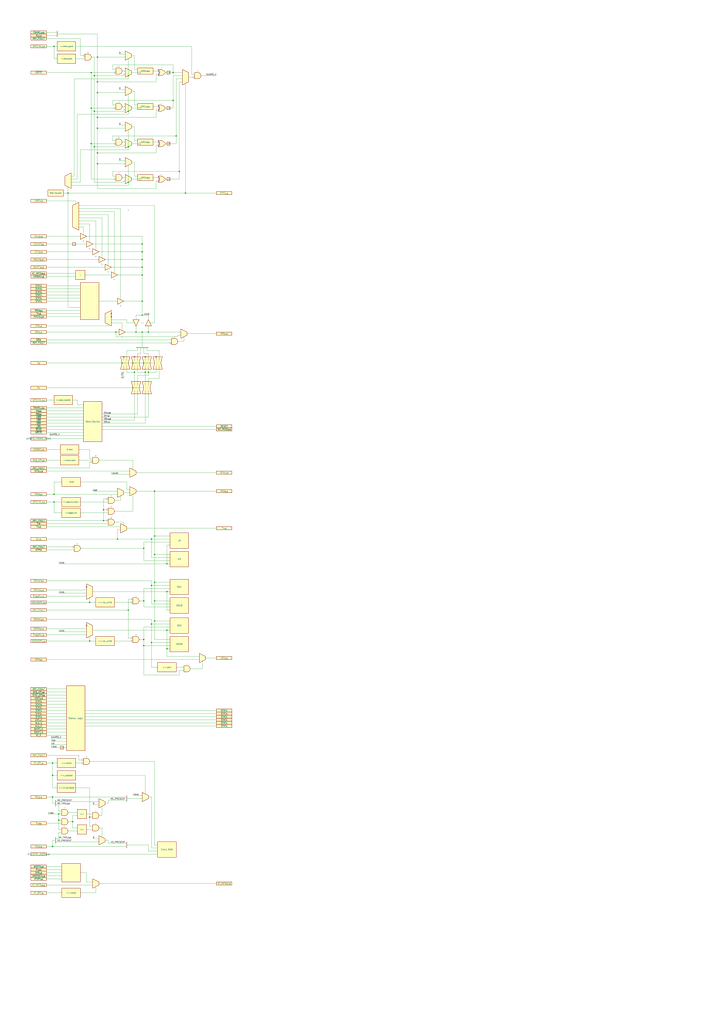
<source format=kicad_sch>
(kicad_sch (version 20231120) (generator "eeschema") (generator_version "8.0")
  (paper "A1" portrait)
  (junction (at 85.09 419.1))
  (junction (at 105.41 62.23))
  (junction (at 152.4 158.75))
  (junction (at 80.01 134.62))
  (junction (at 144.78 111.76))
  (junction (at 118.11 450.85))
  (junction (at 44.45 412.75))
  (junction (at 116.84 247.65))
  (junction (at 147.32 140.97))
  (junction (at 44.45 38.1))
  (junction (at 116.84 226.06))
  (junction (at 77.47 120.65))
  (junction (at 121.92 273.05))
  (junction (at 77.47 62.23))
  (junction (at 116.84 259.08))
  (junction (at 95.25 273.05))
  (junction (at 44.45 406.4))
  (junction (at 105.41 501.65))
  (junction (at 43.18 637.54))
  (junction (at 127 440.69))
  (junction (at 127 478.79))
  (junction (at 124.46 513.08))
  (junction (at 127 403.86))
  (junction (at 100.33 298.45))
  (junction (at 137.16 533.4))
  (junction (at 116.84 213.36))
  (junction (at 85.09 427.99))
  (junction (at 55.88 158.75))
  (junction (at 74.93 88.9))
  (junction (at 118.11 525.78))
  (junction (at 105.41 120.65))
  (junction (at 73.66 527.05))
  (junction (at 74.93 59.69))
  (junction (at 116.84 219.71))
  (junction (at 109.22 298.45))
  (junction (at 80.01 105.41))
  (junction (at 124.46 481.33))
  (junction (at 119.38 306.07))
  (junction (at 118.11 298.45))
  (junction (at 77.47 91.44))
  (junction (at 124.46 528.32))
  (junction (at 105.41 91.44))
  (junction (at 80.01 76.2))
  (junction (at 127 455.93))
  (junction (at 80.01 46.99))
  (junction (at 110.49 306.07))
  (junction (at 105.41 149.86))
  (junction (at 137.16 486.41))
  (junction (at 80.01 67.31))
  (junction (at 96.52 443.23))
  (junction (at 137.16 518.16))
  (junction (at 142.24 82.55))
  (junction (at 59.69 675.64))
  (junction (at 116.84 200.66))
  (junction (at 127 510.54))
  (junction (at 111.76 273.05))
  (junction (at 124.46 443.23))
  (junction (at 118.11 494.03))
  (junction (at 116.84 207.01))
  (junction (at 43.18 695.96))
  (junction (at 121.92 306.07))
  (junction (at 80.01 125.73))
  (junction (at 73.66 671.83))
  (junction (at 74.93 118.11))
  (junction (at 48.26 674.37))
  (junction (at 137.16 463.55))
  (junction (at 43.18 627.38))
  (junction (at 73.66 495.3))
  (junction (at 127 494.03))
  (junction (at 118.11 530.86))
  (junction (at 48.26 669.29))
  (junction (at 80.01 96.52))
  (junction (at 116.84 273.05))
  (junction (at 109.22 318.77))
  (junction (at 142.24 59.69))
  (junction (at 43.18 655.32))
  (no_connect (at 101.6 293.37))
  (no_connect (at 71.12 482.6))
  (no_connect (at 119.38 293.37))
  (no_connect (at 91.44 260.35))
  (no_connect (at 128.27 293.37))
  (no_connect (at 71.12 514.35))
  (no_connect (at 110.49 293.37))
  (no_connect (at 91.44 257.81))
  (wire (pts (xy 129.54 697.23) (xy 124.46 697.23)))
  (wire (pts (xy 113.03 323.85) (xy 113.03 340.36)))
  (wire (pts (xy 95.25 276.86) (xy 146.05 276.86)))
  (wire (pts (xy 38.1 281.94) (xy 139.7 281.94)))
  (wire (pts (xy 38.1 219.71) (xy 86.36 219.71)))
  (wire (pts (xy 78.74 728.98) (xy 78.74 734.06)))
  (wire (pts (xy 105.41 492.76) (xy 107.95 492.76)))
  (wire (pts (xy 85.09 419.1) (xy 87.63 419.1)))
  (wire (pts (xy 73.66 527.05) (xy 78.74 527.05)))
  (wire (pts (xy 38.1 267.97) (xy 88.9 267.97)))
  (wire (pts (xy 64.77 179.07) (xy 83.82 179.07)))
  (wire (pts (xy 46.99 27.94) (xy 80.01 27.94)))
  (wire (pts (xy 95.25 144.78) (xy 92.71 144.78)))
  (wire (pts (xy 64.77 186.69) (xy 68.58 186.69)))
  (wire (pts (xy 130.81 58.42) (xy 125.73 58.42)))
  (wire (pts (xy 52.07 614.68) (xy 54.61 614.68)))
  (wire (pts (xy 85.09 419.1) (xy 85.09 410.21)))
  (wire (pts (xy 66.04 396.24) (xy 104.14 396.24)))
  (wire (pts (xy 128.27 148.59) (xy 130.81 148.59)))
  (wire (pts (xy 81.28 726.44) (xy 177.8 726.44)))
  (wire (pts (xy 62.23 627.38) (xy 67.31 627.38)))
  (wire (pts (xy 99.06 411.48) (xy 99.06 407.67)))
  (wire (pts (xy 121.92 267.97) (xy 121.92 273.05)))
  (wire (pts (xy 124.46 528.32) (xy 124.46 513.08)))
  (wire (pts (xy 124.46 458.47) (xy 124.46 443.23)))
  (wire (pts (xy 41.91 614.68) (xy 49.53 614.68)))
  (wire (pts (xy 142.24 59.69) (xy 149.86 59.69)))
  (wire (pts (xy 64.77 181.61) (xy 78.74 181.61)))
  (wire (pts (xy 147.32 140.97) (xy 147.32 147.32)))
  (wire (pts (xy 107.95 118.11) (xy 113.03 118.11)))
  (wire (pts (xy 139.7 525.78) (xy 127 525.78)))
  (wire (pts (xy 68.58 332.74) (xy 63.5 332.74)))
  (wire (pts (xy 44.45 412.75) (xy 44.45 421.64)))
  (wire (pts (xy 128.27 306.07) (xy 128.27 303.53)))
  (wire (pts (xy 54.61 607.06) (xy 41.91 607.06)))
  (wire (pts (xy 63.5 93.98) (xy 105.41 93.98)))
  (wire (pts (xy 147.32 67.31) (xy 147.32 140.97)))
  (wire (pts (xy 101.6 90.17) (xy 101.6 91.44)))
  (wire (pts (xy 95.25 115.57) (xy 92.71 115.57)))
  (wire (pts (xy 55.88 252.73) (xy 66.04 252.73)))
  (wire (pts (xy 100.33 87.63) (xy 102.87 87.63)))
  (wire (pts (xy 66.04 450.85) (xy 118.11 450.85)))
  (wire (pts (xy 38.1 621.03) (xy 64.77 621.03)))
  (wire (pts (xy 38.1 298.45) (xy 100.33 298.45)))
  (wire (pts (xy 118.11 499.11) (xy 118.11 494.03)))
  (wire (pts (xy 111.76 273.05) (xy 116.84 273.05)))
  (wire (pts (xy 38.1 240.03) (xy 66.04 240.03)))
  (wire (pts (xy 38.1 581.66) (xy 54.61 581.66)))
  (wire (pts (xy 124.46 509.27) (xy 38.1 509.27)))
  (wire (pts (xy 93.98 429.26) (xy 101.6 429.26)))
  (wire (pts (xy 109.22 378.46) (xy 109.22 386.08)))
  (wire (pts (xy 177.8 589.28) (xy 69.85 589.28)))
  (wire (pts (xy 85.09 427.99) (xy 87.63 427.99)))
  (wire (pts (xy 38.1 337.82) (xy 68.58 337.82)))
  (wire (pts (xy 38.1 566.42) (xy 54.61 566.42)))
  (wire (pts (xy 64.77 621.03) (xy 64.77 624.84)))
  (wire (pts (xy 137.16 518.16) (xy 137.16 533.4)))
  (wire (pts (xy 77.47 120.65) (xy 77.47 149.86)))
  (wire (pts (xy 118.11 450.85) (xy 118.11 445.77)))
  (wire (pts (xy 73.66 671.83) (xy 73.66 647.7)))
  (wire (pts (xy 104.14 657.86) (xy 88.9 657.86)))
  (wire (pts (xy 38.1 31.75) (xy 66.04 31.75)))
  (wire (pts (xy 110.49 57.15) (xy 113.03 57.15)))
  (wire (pts (xy 118.11 483.87) (xy 139.7 483.87)))
  (wire (pts (xy 121.92 323.85) (xy 121.92 342.9)))
  (wire (pts (xy 116.84 259.08) (xy 111.76 259.08)))
  (wire (pts (xy 43.18 690.88) (xy 43.18 695.96)))
  (wire (pts (xy 66.04 31.75) (xy 66.04 45.72)))
  (wire (pts (xy 38.1 387.35) (xy 106.68 387.35)))
  (wire (pts (xy 81.28 670.56) (xy 83.82 670.56)))
  (wire (pts (xy 83.82 345.44) (xy 110.49 345.44)))
  (wire (pts (xy 118.11 445.77) (xy 139.7 445.77)))
  (wire (pts (xy 110.49 306.07) (xy 110.49 303.53)))
  (wire (pts (xy 139.7 458.47) (xy 124.46 458.47)))
  (wire (pts (xy 139.7 448.31) (xy 137.16 448.31)))
  (wire (pts (xy 44.45 406.4) (xy 44.45 396.24)))
  (wire (pts (xy 43.18 627.38) (xy 43.18 637.54)))
  (wire (pts (xy 124.46 548.64) (xy 129.54 548.64)))
  (wire (pts (xy 113.03 308.61) (xy 121.92 308.61)))
  (wire (pts (xy 38.1 347.98) (xy 68.58 347.98)))
  (wire (pts (xy 104.14 402.59) (xy 106.68 402.59)))
  (wire (pts (xy 148.59 273.05) (xy 121.92 273.05)))
  (wire (pts (xy 55.88 683.26) (xy 63.5 683.26)))
  (wire (pts (xy 38.1 521.97) (xy 71.12 521.97)))
  (wire (pts (xy 130.81 311.15) (xy 130.81 303.53)))
  (wire (pts (xy 38.1 695.96) (xy 43.18 695.96)))
  (wire (pts (xy 38.1 260.35) (xy 66.04 260.35)))
  (wire (pts (xy 38.1 596.9) (xy 54.61 596.9)))
  (wire (pts (xy 38.1 574.04) (xy 54.61 574.04)))
  (wire (pts (xy 38.1 576.58) (xy 54.61 576.58)))
  (wire (pts (xy 38.1 715.01) (xy 50.8 715.01)))
  (wire (pts (xy 68.58 186.69) (xy 68.58 193.04)))
  (wire (pts (xy 109.22 318.77) (xy 118.11 318.77)))
  (wire (pts (xy 104.14 262.89) (xy 104.14 265.43)))
  (wire (pts (xy 38.1 584.2) (xy 54.61 584.2)))
  (wire (pts (xy 38.1 449.58) (xy 59.69 449.58)))
  (wire (pts (xy 38.1 194.31) (xy 66.04 194.31)))
  (wire (pts (xy 139.7 147.32) (xy 147.32 147.32)))
  (wire (pts (xy 137.16 539.75) (xy 163.83 539.75)))
  (wire (pts (xy 128.27 90.17) (xy 128.27 96.52)))
  (wire (pts (xy 66.04 45.72) (xy 68.58 45.72)))
  (wire (pts (xy 99.06 435.61) (xy 96.52 435.61)))
  (wire (pts (xy 78.74 181.61) (xy 78.74 205.74)))
  (wire (pts (xy 48.26 463.55) (xy 137.16 463.55)))
  (wire (pts (xy 38.1 200.66) (xy 59.69 200.66)))
  (wire (pts (xy 38.1 247.65) (xy 66.04 247.65)))
  (wire (pts (xy 80.01 96.52) (xy 128.27 96.52)))
  (wire (pts (xy 38.1 495.3) (xy 73.66 495.3)))
  (wire (pts (xy 58.42 149.86) (xy 66.04 149.86)))
  (wire (pts (xy 121.92 262.89) (xy 121.92 259.08)))
  (wire (pts (xy 165.1 62.23) (xy 177.8 62.23)))
  (wire (pts (xy 119.38 306.07) (xy 119.38 303.53)))
  (wire (pts (xy 44.45 48.26) (xy 46.99 48.26)))
  (wire (pts (xy 59.69 670.56) (xy 63.5 670.56)))
  (wire (pts (xy 38.1 242.57) (xy 66.04 242.57)))
  (wire (pts (xy 124.46 477.52) (xy 38.1 477.52)))
  (wire (pts (xy 38.1 350.52) (xy 68.58 350.52)))
  (wire (pts (xy 129.54 694.69) (xy 127 694.69)))
  (wire (pts (xy 48.26 674.37) (xy 50.8 674.37)))
  (wire (pts (xy 121.92 699.77) (xy 121.92 694.69)))
  (wire (pts (xy 48.26 684.53) (xy 50.8 684.53)))
  (wire (pts (xy 38.1 627.38) (xy 43.18 627.38)))
  (wire (pts (xy 77.47 91.44) (xy 77.47 120.65)))
  (wire (pts (xy 147.32 551.18) (xy 147.32 554.99)))
  (wire (pts (xy 38.1 443.23) (xy 96.52 443.23)))
  (wire (pts (xy 76.2 689.61) (xy 81.28 689.61)))
  (wire (pts (xy 80.01 96.52) (xy 80.01 105.41)))
  (wire (pts (xy 116.84 200.66) (xy 116.84 207.01)))
  (wire (pts (xy 142.24 53.34) (xy 142.24 59.69)))
  (wire (pts (xy 144.78 64.77) (xy 149.86 64.77)))
  (wire (pts (xy 101.6 119.38) (xy 102.87 119.38)))
  (wire (pts (xy 135.89 147.32) (xy 137.16 147.32)))
  (wire (pts (xy 38.1 412.75) (xy 44.45 412.75)))
  (wire (pts (xy 157.48 38.1) (xy 157.48 60.96)))
  (wire (pts (xy 50.8 712.47) (xy 38.1 712.47)))
  (wire (pts (xy 38.1 601.98) (xy 54.61 601.98)))
  (wire (pts (xy 123.19 265.43) (xy 127 265.43)))
  (wire (pts (xy 38.1 568.96) (xy 54.61 568.96)))
  (wire (pts (xy 38.1 591.82) (xy 54.61 591.82)))
  (wire (pts (xy 139.7 510.54) (xy 127 510.54)))
  (wire (pts (xy 95.25 273.05) (xy 95.25 276.86)))
  (wire (pts (xy 160.02 60.96) (xy 157.48 60.96)))
  (wire (pts (xy 43.18 695.96) (xy 104.14 695.96)))
  (wire (pts (xy 139.7 496.57) (xy 124.46 496.57)))
  (wire (pts (xy 101.6 148.59) (xy 101.6 149.86)))
  (wire (pts (xy 135.89 118.11) (xy 137.16 118.11)))
  (wire (pts (xy 62.23 48.26) (xy 69.85 48.26)))
  (wire (pts (xy 101.6 90.17) (xy 102.87 90.17)))
  (wire (pts (xy 73.66 671.83) (xy 76.2 671.83)))
  (wire (pts (xy 62.23 637.54) (xy 119.38 637.54)))
  (wire (pts (xy 77.47 62.23) (xy 101.6 62.23)))
  (wire (pts (xy 58.42 152.4) (xy 105.41 152.4)))
  (wire (pts (xy 38.1 655.32) (xy 43.18 655.32)))
  (wire (pts (xy 43.18 655.32) (xy 104.14 655.32)))
  (wire (pts (xy 144.78 111.76) (xy 92.71 111.76)))
  (wire (pts (xy 76.2 661.67) (xy 81.28 661.67)))
  (wire (pts (xy 114.3 494.03) (xy 118.11 494.03)))
  (wire (pts (xy 91.44 262.89) (xy 104.14 262.89)))
  (wire (pts (xy 93.98 173.99) (xy 64.77 173.99)))
  (wire (pts (xy 80.01 27.94) (xy 80.01 46.99)))
  (wire (pts (xy 78.74 734.06) (xy 66.04 734.06)))
  (wire (pts (xy 146.05 280.67) (xy 151.13 280.67)))
  (wire (pts (xy 63.5 328.93) (xy 63.5 332.74)))
  (wire (pts (xy 80.01 134.62) (xy 102.87 134.62)))
  (wire (pts (xy 88.9 176.53) (xy 88.9 218.44)))
  (wire (pts (xy 55.88 158.75) (xy 152.4 158.75)))
  (wire (pts (xy 130.81 146.05) (xy 125.73 146.05)))
  (wire (pts (xy 101.6 405.13) (xy 106.68 405.13)))
  (wire (pts (xy 91.44 389.89) (xy 106.68 389.89)))
  (wire (pts (xy 116.84 194.31) (xy 116.84 200.66)))
  (wire (pts (xy 48.26 487.68) (xy 71.12 487.68)))
  (wire (pts (xy 124.46 481.33) (xy 124.46 477.52)))
  (wire (pts (xy 77.47 91.44) (xy 77.47 62.23)))
  (wire (pts (xy 74.93 46.99) (xy 77.47 46.99)))
  (wire (pts (xy 92.71 144.78) (xy 92.71 140.97)))
  (wire (pts (xy 88.9 690.88) (xy 86.36 690.88)))
  (wire (pts (xy 124.46 513.08) (xy 139.7 513.08)))
  (wire (pts (xy 137.16 518.16) (xy 139.7 518.16)))
  (wire (pts (xy 116.84 207.01) (xy 116.84 213.36)))
  (wire (pts (xy 38.1 676.91) (xy 50.8 676.91)))
  (wire (pts (xy 38.1 38.1) (xy 44.45 38.1)))
  (wire (pts (xy 48.26 666.75) (xy 50.8 666.75)))
  (wire (pts (xy 100.33 146.05) (xy 102.87 146.05)))
  (wire (pts (xy 107.95 147.32) (xy 113.03 147.32)))
  (wire (pts (xy 76.2 377.19) (xy 73.66 377.19)))
  (wire (pts (xy 111.76 388.62) (xy 177.8 388.62)))
  (wire (pts (xy 118.11 290.83) (xy 121.92 290.83)))
  (wire (pts (xy 127 510.54) (xy 127 494.03)))
  (wire (pts (xy 88.9 693.42) (xy 88.9 690.88)))
  (wire (pts (xy 107.95 59.69) (xy 113.03 59.69)))
  (wire (pts (xy 85.09 410.21) (xy 87.63 410.21)))
  (wire (pts (xy 38.1 427.99) (xy 85.09 427.99)))
  (wire (pts (xy 118.11 494.03) (xy 118.11 483.87)))
  (wire (pts (xy 80.01 105.41) (xy 102.87 105.41)))
  (wire (pts (xy 73.66 679.45) (xy 73.66 671.83)))
  (wire (pts (xy 77.47 91.44) (xy 101.6 91.44)))
  (wire (pts (xy 116.84 259.08) (xy 116.84 247.65)))
  (wire (pts (xy 135.89 88.9) (xy 137.16 88.9)))
  (wire (pts (xy 73.66 184.15) (xy 73.66 199.39)))
  (wire (pts (xy 38.1 490.22) (xy 71.12 490.22)))
  (wire (pts (xy 121.92 694.69) (xy 104.14 694.69)))
  (wire (pts (xy 38.1 340.36) (xy 68.58 340.36)))
  (wire (pts (xy 38.1 353.06) (xy 68.58 353.06)))
  (wire (pts (xy 92.71 53.34) (xy 142.24 53.34)))
  (wire (pts (xy 80.01 46.99) (xy 102.87 46.99)))
  (wire (pts (xy 100.33 116.84) (xy 102.87 116.84)))
  (wire (pts (xy 104.14 288.29) (xy 113.03 288.29)))
  (wire (pts (xy 127 403.86) (xy 127 440.69)))
  (wire (pts (xy 100.33 265.43) (xy 100.33 271.78)))
  (wire (pts (xy 38.1 516.89) (xy 71.12 516.89)))
  (wire (pts (xy 130.81 288.29) (xy 130.81 293.37)))
  (wire (pts (xy 38.1 501.65) (xy 105.41 501.65)))
  (wire (pts (xy 73.66 491.49) (xy 73.66 495.3)))
  (wire (pts (xy 38.1 384.81) (xy 73.66 384.81)))
  (wire (pts (xy 77.47 46.99) (xy 77.47 62.23)))
  (wire (pts (xy 38.1 255.27) (xy 66.04 255.27)))
  (wire (pts (xy 38.1 237.49) (xy 66.04 237.49)))
  (wire (pts (xy 41.91 609.6) (xy 54.61 609.6)))
  (wire (pts (xy 109.22 654.05) (xy 116.84 654.05)))
  (wire (pts (xy 38.1 224.79) (xy 62.23 224.79)))
  (wire (pts (xy 71.12 194.31) (xy 116.84 194.31)))
  (wire (pts (xy 127 403.86) (xy 177.8 403.86)))
  (wire (pts (xy 85.09 427.99) (xy 85.09 419.1)))
  (wire (pts (xy 38.1 589.28) (xy 54.61 589.28)))
  (wire (pts (xy 121.92 293.37) (xy 121.92 290.83)))
  (wire (pts (xy 38.1 355.6) (xy 68.58 355.6)))
  (wire (pts (xy 139.7 501.65) (xy 137.16 501.65)))
  (wire (pts (xy 76.2 669.29) (xy 71.12 669.29)))
  (wire (pts (xy 139.7 88.9) (xy 142.24 88.9)))
  (wire (pts (xy 83.82 350.52) (xy 177.8 350.52)))
  (wire (pts (xy 119.38 313.69) (xy 119.38 306.07)))
  (wire (pts (xy 40.64 358.14) (xy 68.58 358.14)))
  (wire (pts (xy 121.92 306.07) (xy 128.27 306.07)))
  (wire (pts (xy 130.81 116.84) (xy 125.73 116.84)))
  (wire (pts (xy 118.11 530.86) (xy 118.11 554.99)))
  (wire (pts (xy 60.96 452.12) (xy 38.1 452.12)))
  (wire (pts (xy 38.1 406.4) (xy 44.45 406.4)))
  (wire (pts (xy 109.22 406.4) (xy 109.22 420.37)))
  (wire (pts (xy 97.79 44.45) (xy 102.87 44.45)))
  (wire (pts (xy 93.98 147.32) (xy 74.93 147.32)))
  (wire (pts (xy 105.41 48.26) (xy 105.41 62.23)))
  (wire (pts (xy 86.36 213.36) (xy 116.84 213.36)))
  (wire (pts (xy 38.1 720.09) (xy 50.8 720.09)))
  (wire (pts (xy 38.1 207.01) (xy 76.2 207.01)))
  (wire (pts (xy 80.01 76.2) (xy 80.01 67.31)))
  (wire (pts (xy 83.82 662.94) (xy 83.82 670.56)))
  (wire (pts (xy 121.92 655.32) (xy 124.46 655.32)))
  (wire (pts (xy 128.27 154.94) (xy 80.01 154.94)))
  (wire (pts (xy 100.33 298.45) (xy 109.22 298.45)))
  (wire (pts (xy 116.84 259.08) (xy 121.92 259.08)))
  (wire (pts (xy 110.49 133.35) (xy 110.49 144.78)))
  (wire (pts (xy 38.1 245.11) (xy 66.04 245.11)))
  (wire (pts (xy 76.2 518.16) (xy 137.16 518.16)))
  (wire (pts (xy 97.79 132.08) (xy 102.87 132.08)))
  (wire (pts (xy 93.98 527.05) (xy 107.95 527.05)))
  (wire (pts (xy 45.72 661.67) (xy 48.26 661.67)))
  (wire (pts (xy 38.1 485.14) (xy 71.12 485.14)))
  (wire (pts (xy 80.01 96.52) (xy 80.01 76.2)))
  (wire (pts (xy 38.1 579.12) (xy 54.61 579.12)))
  (wire (pts (xy 151.13 280.67) (xy 151.13 276.86)))
  (wire (pts (xy 120.65 285.75) (xy 120.65 288.29)))
  (wire (pts (xy 139.7 59.69) (xy 142.24 59.69)))
  (wire (pts (xy 177.8 596.9) (xy 69.85 596.9)))
  (wire (pts (xy 66.04 149.86) (xy 66.04 123.19)))
  (wire (pts (xy 59.69 675.64) (xy 55.88 675.64)))
  (wire (pts (xy 113.03 293.37) (xy 113.03 290.83)))
  (wire (pts (xy 139.7 440.69) (xy 127 440.69)))
  (wire (pts (xy 110.49 45.72) (xy 110.49 57.15)))
  (wire (pts (xy 38.1 702.31) (xy 129.54 702.31)))
  (wire (pts (xy 120.65 288.29) (xy 130.81 288.29)))
  (wire (pts (xy 147.32 551.18) (xy 151.13 551.18)))
  (wire (pts (xy 119.38 323.85) (xy 119.38 347.98)))
  (wire (pts (xy 101.6 148.59) (xy 102.87 148.59)))
  (wire (pts (xy 121.92 273.05) (xy 116.84 273.05)))
  (wire (pts (xy 80.01 125.73) (xy 80.01 134.62)))
  (wire (pts (xy 139.7 481.33) (xy 124.46 481.33)))
  (wire (pts (xy 152.4 158.75) (xy 177.8 158.75)))
  (wire (pts (xy 121.92 308.61) (xy 121.92 306.07)))
  (wire (pts (xy 114.3 525.78) (xy 118.11 525.78)))
  (wire (pts (xy 110.49 86.36) (xy 113.03 86.36)))
  (wire (pts (xy 101.6 119.38) (xy 101.6 120.65)))
  (wire (pts (xy 38.1 342.9) (xy 68.58 342.9)))
  (wire (pts (xy 74.93 88.9) (xy 93.98 88.9)))
  (wire (pts (xy 38.1 257.81) (xy 66.04 257.81)))
  (wire (pts (xy 121.92 313.69) (xy 121.92 311.15)))
  (wire (pts (xy 46.99 637.54) (xy 43.18 637.54)))
  (wire (pts (xy 76.2 486.41) (xy 137.16 486.41)))
  (wire (pts (xy 52.07 158.75) (xy 55.88 158.75)))
  (wire (pts (xy 99.06 171.45) (xy 64.77 171.45)))
  (wire (pts (xy 63.5 680.72) (xy 59.69 680.72)))
  (wire (pts (xy 55.88 153.67) (xy 55.88 158.75)))
  (wire (pts (xy 45.72 690.88) (xy 43.18 690.88)))
  (wire (pts (xy 38.1 273.05) (xy 95.25 273.05)))
  (wire (pts (xy 92.71 57.15) (xy 92.71 53.34)))
  (wire (pts (xy 38.1 360.68) (xy 68.58 360.68)))
  (wire (pts (xy 38.1 433.07) (xy 99.06 433.07)))
  (wire (pts (xy 93.98 495.3) (xy 107.95 495.3)))
  (wire (pts (xy 38.1 213.36) (xy 81.28 213.36)))
  (wire (pts (xy 113.03 290.83) (xy 115.57 290.83)))
  (wire (pts (xy 105.41 501.65) (xy 105.41 492.76)))
  (wire (pts (xy 177.8 594.36) (xy 69.85 594.36)))
  (wire (pts (xy 38.1 586.74) (xy 54.61 586.74)))
  (wire (pts (xy 77.47 120.65) (xy 101.6 120.65)))
  (wire (pts (xy 107.95 45.72) (xy 110.49 45.72)))
  (wire (pts (xy 88.9 266.7) (xy 88.9 267.97)))
  (wire (pts (xy 137.16 501.65) (xy 137.16 486.41)))
  (wire (pts (xy 41.91 612.14) (xy 54.61 612.14)))
  (wire (pts (xy 110.49 313.69) (xy 110.49 306.07)))
  (wire (pts (xy 92.71 86.36) (xy 92.71 82.55)))
  (wire (pts (xy 80.01 125.73) (xy 128.27 125.73)))
  (wire (pts (xy 48.26 689.61) (xy 48.26 684.53)))
  (wire (pts (xy 118.11 515.62) (xy 139.7 515.62)))
  (wire (pts (xy 116.84 226.06) (xy 116.84 247.65)))
  (wire (pts (xy 44.45 38.1) (xy 46.99 38.1)))
  (wire (pts (xy 83.82 342.9) (xy 121.92 342.9)))
  (wire (pts (xy 76.2 200.66) (xy 116.84 200.66)))
  (wire (pts (xy 96.52 435.61) (xy 96.52 443.23)))
  (wire (pts (xy 146.05 275.59) (xy 146.05 276.86)))
  (wire (pts (xy 92.71 115.57) (xy 92.71 111.76)))
  (wire (pts (xy 127 626.11) (xy 73.66 626.11)))
  (wire (pts (xy 63.5 93.98) (xy 63.5 147.32)))
  (wire (pts (xy 62.23 38.1) (xy 157.48 38.1)))
  (wire (pts (xy 60.96 64.77) (xy 105.41 64.77)))
  (wire (pts (xy 45.72 659.13) (xy 81.28 659.13)))
  (wire (pts (xy 88.9 176.53) (xy 64.77 176.53)))
  (wire (pts (xy 88.9 657.86) (xy 88.9 660.4)))
  (wire (pts (xy 97.79 73.66) (xy 102.87 73.66)))
  (wire (pts (xy 38.1 165.1) (xy 62.23 165.1)))
  (wire (pts (xy 83.82 680.72) (xy 83.82 688.34)))
  (wire (pts (xy 38.1 328.93) (xy 44.45 328.93)))
  (wire (pts (xy 71.12 725.17) (xy 71.12 717.55)))
  (wire (pts (xy 142.24 82.55) (xy 142.24 88.9)))
  (wire (pts (xy 38.1 26.67) (xy 46.99 26.67)))
  (wire (pts (xy 88.9 660.4) (xy 86.36 660.4)))
  (wire (pts (xy 73.66 379.73) (xy 74.93 379.73)))
  (wire (pts (xy 71.12 725.17) (xy 76.2 725.17)))
  (wire (pts (xy 81.28 247.65) (xy 96.52 247.65)))
  (wire (pts (xy 116.84 219.71) (xy 91.44 219.71)))
  (wire (pts (xy 38.1 717.55) (xy 50.8 717.55)))
  (wire (pts (xy 163.83 542.29) (xy 38.1 542.29)))
  (wire (pts (xy 128.27 90.17) (xy 130.81 90.17)))
  (wire (pts (xy 81.28 680.72) (xy 83.82 680.72)))
  (wire (pts (xy 44.45 396.24) (xy 50.8 396.24)))
  (wire (pts (xy 101.6 431.8) (xy 101.6 429.26)))
  (wire (pts (xy 105.41 120.65) (xy 105.41 123.19)))
  (wire (pts (xy 74.93 88.9) (xy 74.93 118.11)))
  (wire (pts (xy 44.45 421.64) (xy 50.8 421.64)))
  (wire (pts (xy 95.25 57.15) (xy 92.71 57.15)))
  (wire (pts (xy 149.86 67.31) (xy 147.32 67.31)))
  (wire (pts (xy 109.22 298.45) (xy 118.11 298.45)))
  (wire (pts (xy 137.16 486.41) (xy 139.7 486.41)))
  (wire (pts (xy 110.49 104.14) (xy 110.49 115.57)))
  (wire (pts (xy 101.6 60.96) (xy 102.87 60.96)))
  (wire (pts (xy 48.26 669.29) (xy 48.26 674.37)))
  (wire (pts (xy 128.27 60.96) (xy 128.27 67.31)))
  (wire (pts (xy 88.9 421.64) (xy 66.04 421.64)))
  (wire (pts (xy 124.46 513.08) (xy 124.46 509.27)))
  (wire (pts (xy 71.12 681.99) (xy 76.2 681.99)))
  (wire (pts (xy 129.54 699.77) (xy 121.92 699.77)))
  (wire (pts (xy 118.11 530.86) (xy 139.7 530.86)))
  (wire (pts (xy 81.28 207.01) (xy 116.84 207.01)))
  (wire (pts (xy 43.18 637.54) (xy 43.18 647.7)))
  (wire (pts (xy 48.26 661.67) (xy 48.26 666.75)))
  (wire (pts (xy 137.16 463.55) (xy 139.7 463.55)))
  (wire (pts (xy 127 694.69) (xy 127 626.11)))
  (wire (pts (xy 38.1 599.44) (xy 54.61 599.44)))
  (wire (pts (xy 73.66 369.57) (xy 64.77 369.57)))
  (wire (pts (xy 118.11 525.78) (xy 118.11 515.62)))
  (wire (pts (xy 44.45 38.1) (xy 44.45 48.26)))
  (wire (pts (xy 135.89 59.69) (xy 137.16 59.69)))
  (wire (pts (xy 110.49 323.85) (xy 110.49 345.44)))
  (wire (pts (xy 38.1 722.63) (xy 50.8 722.63)))
  (wire (pts (xy 76.2 403.86) (xy 96.52 403.86)))
  (wire (pts (xy 128.27 148.59) (xy 128.27 154.94)))
  (wire (pts (xy 149.86 62.23) (xy 142.24 62.23)))
  (wire (pts (xy 80.01 76.2) (xy 102.87 76.2)))
  (wire (pts (xy 110.49 115.57) (xy 113.03 115.57)))
  (wire (pts (xy 38.1 378.46) (xy 49.53 378.46)))
  (wire (pts (xy 64.77 378.46) (xy 76.2 378.46)))
  (wire (pts (xy 127 478.79) (xy 139.7 478.79)))
  (wire (pts (xy 64.77 168.91) (xy 127 168.91)))
  (wire (pts (xy 38.1 594.36) (xy 54.61 594.36)))
  (wire (pts (xy 45.72 689.61) (xy 48.26 689.61)))
  (wire (pts (xy 137.16 448.31) (xy 137.16 463.55)))
  (wire (pts (xy 48.26 669.29) (xy 50.8 669.29)))
  (wire (pts (xy 153.67 274.32) (xy 177.8 274.32)))
  (wire (pts (xy 73.66 647.7) (xy 62.23 647.7)))
  (wire (pts (xy 113.03 288.29) (xy 113.03 285.75)))
  (wire (pts (xy 38.1 345.44) (xy 68.58 345.44)))
  (wire (pts (xy 110.49 144.78) (xy 113.03 144.78)))
  (wire (pts (xy 43.18 627.38) (xy 46.99 627.38)))
  (wire (pts (xy 105.41 149.86) (xy 105.41 152.4)))
  (wire (pts (xy 62.23 165.1) (xy 62.23 167.64)))
  (wire (pts (xy 38.1 234.95) (xy 66.04 234.95)))
  (wire (pts (xy 38.1 369.57) (xy 49.53 369.57)))
  (wire (pts (xy 73.66 377.19) (xy 73.66 369.57)))
  (wire (pts (xy 118.11 285.75) (xy 118.11 290.83)))
  (wire (pts (xy 60.96 64.77) (xy 60.96 144.78)))
  (wire (pts (xy 39.37 669.29) (xy 48.26 669.29)))
  (wire (pts (xy 93.98 411.48) (xy 99.06 411.48)))
  (wire (pts (xy 83.82 340.36) (xy 113.03 340.36)))
  (wire (pts (xy 105.41 524.51) (xy 107.95 524.51)))
  (wire (pts (xy 59.69 675.64) (xy 59.69 670.56)))
  (wire (pts (xy 113.03 306.07) (xy 113.03 303.53)))
  (wire (pts (xy 101.6 247.65) (xy 116.84 247.65)))
  (wire (pts (xy 69.85 226.06) (xy 91.44 226.06)))
  (wire (pts (xy 111.76 267.97) (xy 111.76 273.05)))
  (wire (pts (xy 71.12 717.55) (xy 66.04 717.55)))
  (wire (pts (xy 107.95 88.9) (xy 113.03 88.9)))
  (wire (pts (xy 74.93 118.11) (xy 74.93 147.32)))
  (wire (pts (xy 73.66 384.81) (xy 73.66 379.73)))
  (wire (pts (xy 121.92 306.07) (xy 121.92 303.53)))
  (wire (pts (xy 80.01 125.73) (xy 80.01 105.41)))
  (wire (pts (xy 99.06 171.45) (xy 99.06 246.38)))
  (wire (pts (xy 142.24 82.55) (xy 92.71 82.55)))
  (wire (pts (xy 101.6 60.96) (xy 101.6 62.23)))
  (wire (pts (xy 147.32 140.97) (xy 92.71 140.97)))
  (wire (pts (xy 96.52 443.23) (xy 124.46 443.23)))
  (wire (pts (xy 104.14 288.29) (xy 104.14 293.37)))
  (wire (pts (xy 124.46 443.23) (xy 139.7 443.23)))
  (wire (pts (xy 139.7 533.4) (xy 137.16 533.4)))
  (wire (pts (xy 81.28 378.46) (xy 109.22 378.46)))
  (wire (pts (xy 45.72 660.4) (xy 43.18 660.4)))
  (wire (pts (xy 177.8 584.2) (xy 69.85 584.2)))
  (wire (pts (xy 38.1 59.69) (xy 74.93 59.69)))
  (wire (pts (xy 38.1 318.77) (xy 109.22 318.77)))
  (wire (pts (xy 67.31 624.84) (xy 64.77 624.84)))
  (wire (pts (xy 83.82 353.06) (xy 177.8 353.06)))
  (wire (pts (xy 38.1 527.05) (xy 73.66 527.05)))
  (wire (pts (xy 73.66 523.24) (xy 73.66 527.05)))
  (wire (pts (xy 147.32 554.99) (xy 118.11 554.99)))
  (wire (pts (xy 124.46 528.32) (xy 124.46 548.64)))
  (wire (pts (xy 83.82 347.98) (xy 119.38 347.98)))
  (wire (pts (xy 44.45 412.75) (xy 50.8 412.75)))
  (wire (pts (xy 127 168.91) (xy 127 265.43)))
  (wire (pts (xy 127 525.78) (xy 127 510.54)))
  (wire (pts (xy 130.81 311.15) (xy 121.92 311.15)))
  (wire (pts (xy 142.24 62.23) (xy 142.24 82.55)))
  (wire (pts (xy 146.05 275.59) (xy 148.59 275.59)))
  (wire (pts (xy 102.87 273.05) (xy 111.76 273.05)))
  (wire (pts (xy 127 455.93) (xy 127 478.79)))
  (wire (pts (xy 116.84 656.59) (xy 104.14 656.59)))
  (wire (pts (xy 38.1 279.4) (xy 140.97 279.4)))
  (wire (pts (xy 107.95 104.14) (xy 110.49 104.14)))
  (wire (pts (xy 104.14 306.07) (xy 104.14 303.53)))
  (wire (pts (xy 80.01 154.94) (xy 80.01 134.62)))
  (wire (pts (xy 128.27 119.38) (xy 128.27 125.73)))
  (wire (pts (xy 80.01 46.99) (xy 80.01 67.31)))
  (wire (pts (xy 124.46 496.57) (xy 124.46 481.33)))
  (wire (pts (xy 110.49 306.07) (xy 104.14 306.07)))
  (wire (pts (xy 115.57 290.83) (xy 115.57 285.75)))
  (wire (pts (xy 59.69 328.93) (xy 63.5 328.93)))
  (wire (pts (xy 177.8 586.74) (xy 69.85 586.74)))
  (wire (pts (xy 137.16 533.4) (xy 137.16 539.75)))
  (wire (pts (xy 74.93 88.9) (xy 74.93 59.69)))
  (wire (pts (xy 116.84 273.05) (xy 116.84 285.75)))
  (wire (pts (xy 113.03 313.69) (xy 113.03 308.61)))
  (wire (pts (xy 118.11 461.01) (xy 118.11 450.85)))
  (wire (pts (xy 105.41 62.23) (xy 105.41 64.77)))
  (wire (pts (xy 139.7 494.03) (xy 127 494.03)))
  (wire (pts (xy 48.26 519.43) (xy 71.12 519.43)))
  (wire (pts (xy 111.76 403.86) (xy 127 403.86)))
  (wire (pts (xy 144.78 111.76) (xy 144.78 118.11)))
  (wire (pts (xy 104.14 265.43) (xy 110.49 265.43)))
  (wire (pts (xy 128.27 60.96) (xy 130.81 60.96)))
  (wire (pts (xy 38.1 335.28) (xy 68.58 335.28)))
  (wire (pts (xy 55.88 668.02) (xy 63.5 668.02)))
  (wire (pts (xy 46.99 647.7) (xy 43.18 647.7)))
  (wire (pts (xy 62.23 200.66) (xy 71.12 200.66)))
  (wire (pts (xy 139.7 499.11) (xy 118.11 499.11)))
  (wire (pts (xy 80.01 67.31) (xy 128.27 67.31)))
  (wire (pts (xy 116.84 213.36) (xy 116.84 219.71)))
  (wire (pts (xy 38.1 430.53) (xy 88.9 430.53)))
  (wire (pts (xy 58.42 144.78) (xy 60.96 144.78)))
  (wire (pts (xy 127 440.69) (xy 127 455.93)))
  (wire (pts (xy 105.41 91.44) (xy 105.41 93.98)))
  (wire (pts (xy 166.37 549.91) (xy 156.21 549.91)))
  (wire (pts (xy 74.93 59.69) (xy 93.98 59.69)))
  (wire (pts (xy 105.41 135.89) (xy 105.41 149.86)))
  (wire (pts (xy 107.95 133.35) (xy 110.49 133.35)))
  (wire (pts (xy 111.76 259.08) (xy 111.76 262.89)))
  (wire (pts (xy 104.14 693.42) (xy 88.9 693.42)))
  (wire (pts (xy 43.18 660.4) (xy 43.18 655.32)))
  (wire (pts (xy 139.7 528.32) (xy 124.46 528.32)))
  (wire (pts (xy 96.52 226.06) (xy 116.84 226.06)))
  (wire (pts (xy 124.46 655.32) (xy 124.46 697.23)))
  (wire (pts (xy 168.91 541.02) (xy 177.8 541.02)))
  (wire (pts (xy 66.04 123.19) (xy 105.41 123.19)))
  (wire (pts (xy 118.11 530.86) (xy 118.11 525.78)))
  (wire (pts (xy 48.26 674.37) (xy 48.26 681.99)))
  (wire (pts (xy 119.38 306.07) (xy 113.03 306.07)))
  (wire (pts (xy 127 494.03) (xy 127 478.79)))
  (wire (pts (xy 104.14 396.24) (xy 104.14 402.59)))
  (wire (pts (xy 73.66 495.3) (xy 78.74 495.3)))
  (wire (pts (xy 58.42 147.32) (xy 63.5 147.32)))
  (wire (pts (xy 166.37 543.56) (xy 166.37 549.91)))
  (wire (pts (xy 105.41 501.65) (xy 105.41 524.51)))
  (wire (pts (xy 76.2 727.71) (xy 38.1 727.71)))
  (wire (pts (xy 144.78 64.77) (xy 144.78 111.76)))
  (wire (pts (xy 83.82 179.07) (xy 83.82 212.09)))
  (wire (pts (xy 76.2 679.45) (xy 73.66 679.45)))
  (wire (pts (xy 130.81 87.63) (xy 125.73 87.63)))
  (wire (pts (xy 97.79 102.87) (xy 102.87 102.87)))
  (wire (pts (xy 152.4 68.58) (xy 152.4 158.75)))
  (wire (pts (xy 101.6 311.15) (xy 101.6 303.53)))
  (wire (pts (xy 104.14 434.34) (xy 177.8 434.34)))
  (wire (pts (xy 66.04 412.75) (xy 88.9 412.75)))
  (wire (pts (xy 118.11 298.45) (xy 127 298.45)))
  (wire (pts (xy 139.7 118.11) (xy 144.78 118.11)))
  (wire (pts (xy 95.25 273.05) (xy 97.79 273.05)))
  (wire (pts (xy 45.72 692.15) (xy 81.28 692.15)))
  (wire (pts (xy 91.44 265.43) (xy 100.33 265.43)))
  (wire (pts (xy 107.95 74.93) (xy 110.49 74.93)))
  (wire (pts (xy 44.45 406.4) (xy 96.52 406.4)))
  (wire (pts (xy 48.26 681.99) (xy 50.8 681.99)))
  (wire (pts (xy 119.38 637.54) (xy 119.38 652.78)))
  (wire (pts (xy 127 455.93) (xy 139.7 455.93)))
  (wire (pts (xy 38.1 227.33) (xy 62.23 227.33)))
  (wire (pts (xy 38.1 29.21) (xy 46.99 29.21)))
  (wire (pts (xy 38.1 604.52) (xy 54.61 604.52)))
  (wire (pts (xy 144.78 548.64) (xy 151.13 548.64)))
  (wire (pts (xy 74.93 118.11) (xy 93.98 118.11)))
  (wire (pts (xy 93.98 420.37) (xy 109.22 420.37)))
  (wire (pts (xy 177.8 591.82) (xy 69.85 591.82)))
  (wire (pts (xy 38.1 571.5) (xy 54.61 571.5)))
  (wire (pts (xy 110.49 74.93) (xy 110.49 86.36)))
  (wire (pts (xy 93.98 173.99) (xy 93.98 224.79)))
  (wire (pts (xy 95.25 86.36) (xy 92.71 86.36)))
  (wire (pts (xy 100.33 58.42) (xy 102.87 58.42)))
  (wire (pts (xy 105.41 106.68) (xy 105.41 120.65)))
  (wire (pts (xy 59.69 680.72) (xy 59.69 675.64)))
  (wire (pts (xy 128.27 119.38) (xy 130.81 119.38)))
  (wire (pts (xy 154.94 63.5) (xy 158.75 63.5)))
  (wire (pts (xy 55.88 158.75) (xy 55.88 252.73)))
  (wire (pts (xy 64.77 184.15) (xy 73.66 184.15)))
  (wire (pts (xy 116.84 226.06) (xy 116.84 219.71)))
  (wire (pts (xy 38.1 734.06) (xy 50.8 734.06)))
  (wire (pts (xy 105.41 77.47) (xy 105.41 91.44)))
  (wire (pts (xy 101.6 149.86) (xy 77.47 149.86)))
  (wire (pts (xy 139.7 461.01) (xy 118.11 461.01)))
  (label "L_{13:0}" (at 39.37 669.29 0))
  (label "0" (at 97.79 102.87 0))
  (label "XE_PRESENT" (at 102.87 693.42 180))
  (label "GUARD_V" (at 40.64 358.14 0))
  (label "DB_{15:8}" (at 85.09 345.44 0))
  (label "ME_PRESENT" (at 46.99 659.13 0))
  (label "GUARD_V" (at 177.8 62.23 180))
  (label "L_{6:0}" (at 76.2 403.86 0))
  (label "L_{31}" (at 41.91 612.14 0))
  (label "L_{31:0}" (at 41.91 614.68 0))
  (label "L_{31:0}" (at 48.26 487.68 0))
  (label "0" (at 97.79 44.45 0))
  (label "GUARD_V" (at 41.91 607.06 0))
  (label "0" (at 76.2 661.67 0))
  (label "XE_PRESENT" (at 46.99 692.15 0))
  (label "0" (at 97.79 132.08 0))
  (label "0" (at 97.79 73.66 0))
  (label "L_{31:0}" (at 118.11 259.08 0))
  (label "L_{31:0}" (at 109.22 654.05 0))
  (label "DA_{7:0}" (at 85.09 342.9 0))
  (label "ME_PRESENT" (at 102.87 657.86 180))
  (label "0{slash}PD" (at 101.6 311.15 90))
  (label "DB_{7:0}" (at 85.09 347.98 0))
  (label "L_{5:0}" (at 41.91 609.6 0))
  (label "L_{31:0}" (at 48.26 463.55 0))
  (label "L_{31:20}" (at 91.44 389.89 0))
  (label "XE_TAG_{13:0}" (at 48.26 689.61 0))
  (label "L_{31:0}" (at 48.26 519.43 0))
  (label "ME_TAG_{13:0}" (at 46.99 661.67 0))
  (label "0" (at 76.2 689.61 0))
  (label "DA_{15:8}" (at 85.09 340.36 0))
  (symbol (lib_id "symbols:reg_thin") (at 31.75 702.31 0) (unit 1)
    (property "Reference" "U434" (effects (hide yes)))
    (property "Value" "AT_ENTRY_ADDR_{11:0}" (at 31.75 702.31 0))
  )
  (symbol (lib_id "symbols:map4_1") (at 147.32 497.84 0) (unit 1)
    (property "Reference" "U365" (effects (hide yes)))
    (property "Value" "SR1B" (at 147.32 497.84 0))
  )
  (symbol (lib_id "symbols:reg_thin") (at 31.75 245.11 0) (unit 1)
    (property "Reference" "U335" (effects (hide yes)))
    (property "Value" "STAT_{K}" (at 31.75 245.11 0))
  )
  (symbol (lib_name "and2_3") (lib_id "symbols:and2") (at 53.34 668.02 0) (unit 1)
    (property "Reference" "U448" (effects (hide yes)))
    (property "Value" "~" (at 53.34 664.21 0))
  )
  (symbol (lib_name "map2_1_small_1") (lib_id "symbols:map2_1_small") (at 67.31 669.29 0) (unit 1)
    (property "Reference" "U452" (effects (hide yes)))
    (property "Value" "==" (at 67.31 669.29 0))
  )
  (symbol (lib_name "and2_1") (lib_id "symbols:and2") (at 97.79 116.84 0) (unit 1)
    (property "Reference" "U293" (effects (hide yes)))
    (property "Value" "~" (at 97.79 113.03 0))
  )
  (symbol (lib_name "invert_2") (lib_id "symbols:invert") (at 107.95 524.51 0) (unit 1)
    (property "Reference" "U388" (effects (hide yes)))
  )
  (symbol (lib_id "symbols:mux2") (at 105.41 118.11 0) (unit 1)
    (property "Reference" "U296" (effects (hide yes)))
  )
  (symbol (lib_id "symbols:mux2") (at 105.41 59.69 0) (unit 1)
    (property "Reference" "U283" (effects (hide yes)))
  )
  (symbol (lib_name "map1_1_1") (lib_id "symbols:map1_1") (at 58.42 396.24 0) (unit 1)
    (property "Reference" "U360" (effects (hide yes)))
    (property "Value" "^ 0x40" (at 58.42 396.24 0) (effects (font (size 0.889 0.889))))
  )
  (symbol (lib_id "symbols:reg_thin") (at 31.75 495.3 0) (unit 1)
    (property "Reference" "U380" (effects (hide yes)))
    (property "Value" "SR1WSRC_{1:0}" (at 31.75 495.3 0))
  )
  (symbol (lib_name "symbols:reg_thin") (lib_id "symbols:reg_thin") (at 184.15 726.44 0) (unit 1)
    (property "Reference" "U499" (effects (hide yes)))
    (property "Value" "AT_INFO_{27:0}" (at 184.15 726.44 0))
  )
  (symbol (lib_name "mux2_1") (lib_id "symbols:mux2") (at 151.13 274.32 0) (unit 1)
    (property "Reference" "U347" (effects (hide yes)))
  )
  (symbol (lib_name "map1_1_1") (lib_id "symbols:map1_1") (at 58.42 421.64 0) (unit 1)
    (property "Reference" "U358" (effects (hide yes)))
    (property "Value" "==.toggle_rsn" (at 58.42 421.64 0) (effects (font (size 0.889 0.889))))
  )
  (symbol (lib_id "symbols:reg_thin") (at 31.75 360.68 0) (unit 1)
    (property "Reference" "U460" (effects (hide yes)))
    (property "Value" "UPDATE_FRAME_STATE" (at 31.75 360.68 0))
  )
  (symbol (lib_id "symbols:reg_thin") (at 31.75 695.96 0) (unit 1)
    (property "Reference" "U436" (effects (hide yes)))
    (property "Value" "XE_{31:0}" (at 31.75 695.96 0))
  )
  (symbol (lib_name "and2_3") (lib_id "symbols:and2") (at 71.12 626.11 0) (unit 1)
    (property "Reference" "U442" (effects (hide yes)))
    (property "Value" "~" (at 71.12 622.3 0))
  )
  (symbol (lib_id "symbols:reg_thin") (at 31.75 542.29 0) (unit 1)
    (property "Reference" "U468" (effects (hide yes)))
    (property "Value" "ASN_{3:0}" (at 31.75 542.29 0))
  )
  (symbol (lib_name "and2_2") (lib_id "symbols:and2") (at 91.44 411.48 0) (unit 1)
    (property "Reference" "U353" (effects (hide yes)))
    (property "Value" "~" (at 91.44 407.67 0))
  )
  (symbol (lib_name "and2_2") (lib_id "symbols:and2") (at 153.67 549.91 0) (unit 1)
    (property "Reference" "U467" (effects (hide yes)))
    (property "Value" "~" (at 153.67 546.1 0))
  )
  (symbol (lib_name "map4_1_1") (lib_id "symbols:map4_1") (at 137.16 698.5 0) (unit 1)
    (property "Reference" "U459" (effects (hide yes)))
    (property "Value" "Entry RAM" (at 137.16 698.5 0))
  )
  (symbol (lib_id "symbols:mux2") (at 105.41 104.14 0) (unit 1)
    (property "Reference" "U292" (effects (hide yes)))
  )
  (symbol (lib_id "symbols:eq0") (at 138.43 88.9 0) (unit 1)
    (property "Reference" "U289" (effects (hide yes)))
    (property "Value" "=0" (at 138.43 88.9 0) (effects (font (size 1.016 1.016))))
  )
  (symbol (lib_id "symbols:split1_2") (at 45.72 660.4 0) (unit 1)
    (property "Reference" "U449" (effects (hide yes)))
    (property "Value" "map" (effects (hide yes)))
  )
  (symbol (lib_name "symbols:reg_thin") (lib_id "symbols:reg_thin") (at 31.75 224.79 0) (unit 1)
    (property "Reference" "U326" (effects (hide yes)))
    (property "Value" "AT_INFO_{26:0}" (at 31.75 224.79 0))
  )
  (symbol (lib_name "merge2_1_1") (lib_id "symbols:merge2_1") (at 104.14 656.59 0) (unit 1)
    (property "Reference" "U453" (effects (hide yes)))
    (property "Value" "map" (effects (hide yes)))
  )
  (symbol (lib_id "symbols:reg_thin") (at 31.75 255.27 0) (unit 1)
    (property "Reference" "U340" (effects (hide yes)))
    (property "Value" "RSN_{6:0}" (at 31.75 255.27 0))
  )
  (symbol (lib_name "invert_3") (lib_id "symbols:invert") (at 67.31 627.38 0) (unit 1)
    (property "Reference" "U443" (effects (hide yes)))
  )
  (symbol (lib_name "symbols:reg_thin") (lib_id "symbols:reg_thin") (at 31.75 589.28 0) (unit 1)
    (property "Reference" "U399" (effects (hide yes)))
    (property "Value" "STAT_{A}" (at 31.75 589.28 0))
  )
  (symbol (lib_name "invert_1") (lib_id "symbols:invert") (at 93.98 147.32 0) (unit 1)
    (property "Reference" "U313" (effects (hide yes)))
  )
  (symbol (lib_name "and2_2") (lib_id "symbols:and2") (at 91.44 429.26 0) (unit 1)
    (property "Reference" "U419" (effects (hide yes)))
    (property "Value" "~" (at 91.44 425.45 0))
  )
  (symbol (lib_name "invert_1") (lib_id "symbols:invert") (at 93.98 59.69 0) (unit 1)
    (property "Reference" "U290" (effects (hide yes)))
  )
  (symbol (lib_name "symbols:reg_thin") (lib_id "symbols:reg_thin") (at 31.75 273.05 0) (unit 1)
    (property "Reference" "U325" (effects (hide yes)))
    (property "Value" "DR_{31:0}" (at 31.75 273.05 0))
  )
  (symbol (lib_id "symbols:map2_1_small") (at 66.04 226.06 0) (unit 1)
    (property "Reference" "U328" (effects (hide yes)))
    (property "Value" "~" (at 66.04 226.06 0))
  )
  (symbol (lib_name "symbols:reg_ce") (lib_id "symbols:reg_ce") (at 119.38 116.84 0) (unit 1)
    (property "Reference" "U294" (effects (hide yes)))
    (property "Value" "GR2_{19:0}" (at 119.38 116.84 0))
  )
  (symbol (lib_id "symbols:reg_thin") (at 31.75 347.98 0) (unit 1)
    (property "Reference" "U238" (effects (hide yes)))
    (property "Value" "~{UBA}" (at 31.75 347.98 0))
  )
  (symbol (lib_name "and2_1") (lib_id "symbols:and2") (at 97.79 146.05 0) (unit 1)
    (property "Reference" "U307" (effects (hide yes)))
    (property "Value" "~" (at 97.79 142.24 0))
  )
  (symbol (lib_name "and2_2") (lib_id "symbols:and2") (at 111.76 494.03 0) (unit 1)
    (property "Reference" "U384" (effects (hide yes)))
    (property "Value" "~" (at 111.76 490.22 0))
  )
  (symbol (lib_name "invert_2") (lib_id "symbols:invert") (at 87.63 419.1 0) (unit 1)
    (property "Reference" "U362" (effects (hide yes)))
  )
  (symbol (lib_id "symbols:xor2") (at 133.35 118.11 0) (unit 1)
    (property "Reference" "U297" (effects (hide yes)))
    (property "Value" "~" (at 132.8448 114.3 0))
  )
  (symbol (lib_id "symbols:reg_thin") (at 31.75 527.05 0) (unit 1)
    (property "Reference" "U390" (effects (hide yes)))
    (property "Value" "SR2WSRC_{1:0}" (at 31.75 527.05 0))
  )
  (symbol (lib_name "symbols:reg_thin") (lib_id "symbols:reg_thin") (at 31.75 712.47 0) (unit 1)
    (property "Reference" "U500" (effects (hide yes)))
    (property "Value" "WIDTH_{1:0}" (at 31.75 712.47 0))
  )
  (symbol (lib_name "invert_1") (lib_id "symbols:invert") (at 93.98 118.11 0) (unit 1)
    (property "Reference" "U295" (effects (hide yes)))
  )
  (symbol (lib_id "symbols:reg_thin") (at 31.75 384.81 0) (unit 1)
    (property "Reference" "U424" (effects (hide yes)))
    (property "Value" "ANY_FAULT" (at 31.75 384.81 0))
  )
  (symbol (lib_id "symbols:reg_thin") (at 31.75 240.03 0) (unit 1)
    (property "Reference" "U333" (effects (hide yes)))
    (property "Value" "STAT_{C}" (at 31.75 240.03 0))
  )
  (symbol (lib_id "symbols:reg_thin") (at 31.75 59.69 0) (unit 1)
    (property "Reference" "U308" (effects (hide yes)))
    (property "Value" "~{WRITE}" (at 31.75 59.69 0))
  )
  (symbol (lib_id "symbols:reg_thin") (at 31.75 260.35 0) (unit 1)
    (property "Reference" "U344" (effects (hide yes)))
    (property "Value" "PUCA_{11:0}" (at 31.75 260.35 0))
  )
  (symbol (lib_name "symbols:reg_thin") (lib_id "symbols:reg_thin") (at 31.75 584.2 0) (unit 1)
    (property "Reference" "U397" (effects (hide yes)))
    (property "Value" "STAT_{V}" (at 31.75 584.2 0))
  )
  (symbol (lib_id "symbols:map1_1") (at 54.61 38.1 0) (unit 1)
    (property "Reference" "U274" (effects (hide yes)))
    (property "Value" "==.check_guard" (at 54.61 38.1 0) (effects (font (size 0.889 0.889))))
  )
  (symbol (lib_id "symbols:buffer_oe") (at 100.33 273.05 0) (unit 1)
    (property "Reference" "U324" (effects (hide yes)))
    (property "Value" "~" (at 100.33 276.86 90) (effects (justify right)))
  )
  (symbol (lib_id "symbols:reg_thin") (at 31.75 165.1 0) (unit 1)
    (property "Reference" "U320" (effects (hide yes)))
    (property "Value" "LSRC_{2:0}" (at 31.75 165.1 0))
  )
  (symbol (lib_name "map1_1_1") (lib_id "symbols:map1_1") (at 86.36 527.05 0) (unit 1)
    (property "Reference" "U391" (effects (hide yes)))
    (property "Value" "==.no_write" (at 86.36 527.05 0))
  )
  (symbol (lib_name "symbols:reg_thin") (lib_id "symbols:reg_thin") (at 184.15 274.32 0) (unit 1)
    (property "Reference" "U350" (effects (hide yes)))
    (property "Value" "DR_{31:0}" (at 184.15 274.32 0))
  )
  (symbol (lib_name "and2_2") (lib_id "symbols:and2") (at 91.44 420.37 0) (unit 1)
    (property "Reference" "U361" (effects (hide yes)))
    (property "Value" "~" (at 91.44 416.56 0))
  )
  (symbol (lib_name "symbols:reg_thin") (lib_id "symbols:reg_thin") (at 31.75 599.44 0) (unit 1)
    (property "Reference" "U250" (effects (hide yes)))
    (property "Value" "SHIFT_C" (at 31.75 599.44 0))
  )
  (symbol (lib_name "invert_2") (lib_id "symbols:invert") (at 139.7 281.94 0) (unit 1)
    (property "Reference" "U349" (effects (hide yes)))
  )
  (symbol (lib_id "symbols:reg_thin") (at 31.75 237.49 0) (unit 1)
    (property "Reference" "U332" (effects (hide yes)))
    (property "Value" "STAT_{N}" (at 31.75 237.49 0))
  )
  (symbol (lib_id "symbols:reg_thin") (at 31.75 318.77 0) (unit 1)
    (property "Reference" "U224" (effects (hide yes)))
    (property "Value" "N_{1}" (at 31.75 318.77 0))
  )
  (symbol (lib_id "symbols:xor2") (at 133.35 59.69 0) (unit 1)
    (property "Reference" "U298" (effects (hide yes)))
    (property "Value" "~" (at 132.8448 55.88 0))
  )
  (symbol (lib_name "symbols:reg_thin") (lib_id "symbols:reg_thin") (at 31.75 591.82 0) (unit 1)
    (property "Reference" "U247" (effects (hide yes)))
    (property "Value" "EXT_V" (at 31.75 591.82 0))
  )
  (symbol (lib_id "symbols:reg_thin") (at 31.75 485.14 0) (unit 1)
    (property "Reference" "U376" (effects (hide yes)))
    (property "Value" "SR1D_{31:0}" (at 31.75 485.14 0))
  )
  (symbol (lib_name "mux2_2") (lib_id "symbols:mux2") (at 101.6 434.34 0) (mirror x) (unit 1)
    (property "Reference" "U421" (effects (hide yes)))
  )
  (symbol (lib_name "eq0_1") (lib_id "symbols:eq0") (at 50.8 614.68 0) (unit 1)
    (property "Reference" "U404" (effects (hide yes)))
    (property "Value" "=0" (at 50.8 614.68 0) (effects (font (size 1.016 1.016))))
  )
  (symbol (lib_id "symbols:reg_thin") (at 31.75 335.28 0) (unit 1)
    (property "Reference" "U256" (effects (hide yes)))
    (property "Value" "FRAME_{13:0}" (at 31.75 335.28 0))
  )
  (symbol (lib_name "invert_2") (lib_id "symbols:invert") (at 74.93 379.73 0) (unit 1)
    (property "Reference" "U425" (effects (hide yes)))
  )
  (symbol (lib_id "symbols:reg_thin") (at 184.15 541.02 0) (unit 1)
    (property "Reference" "U473" (effects (hide yes)))
    (property "Value" "ASN_{3:0}" (at 184.15 541.02 0))
  )
  (symbol (lib_id "symbols:reg_thin") (at 31.75 452.12 0) (unit 1)
    (property "Reference" "U372" (effects (hide yes)))
    (property "Value" "GPRW" (at 31.75 452.12 0))
  )
  (symbol (lib_id "symbols:eq0") (at 138.43 147.32 0) (unit 1)
    (property "Reference" "U316" (effects (hide yes)))
    (property "Value" "=0" (at 138.43 147.32 0) (effects (font (size 1.016 1.016))))
  )
  (symbol (lib_id "symbols:reg_thin") (at 31.75 31.75 0) (unit 1)
    (property "Reference" "U264" (effects (hide yes)))
    (property "Value" "ANY_FAULT" (at 31.75 31.75 0))
  )
  (symbol (lib_name "map1_1_1") (lib_id "symbols:map1_1") (at 57.15 378.46 0) (unit 1)
    (property "Reference" "U431" (effects (hide yes)))
    (property "Value" "==.fault_return" (at 57.15 378.46 0) (effects (font (size 0.889 0.889))))
  )
  (symbol (lib_name "mux2_3") (lib_id "symbols:mux2") (at 83.82 660.4 0) (unit 1)
    (property "Reference" "U454" (effects (hide yes)))
  )
  (symbol (lib_id "symbols:mux4") (at 152.4 63.5 0) (unit 1)
    (property "Reference" "U302" (effects (hide yes)))
  )
  (symbol (lib_id "symbols:map4_1") (at 147.32 482.6 0) (unit 1)
    (property "Reference" "U369" (effects (hide yes)))
    (property "Value" "SR1" (at 147.32 482.6 0))
  )
  (symbol (lib_name "map1_1_2") (lib_id "symbols:map1_1") (at 86.36 495.3 0) (unit 1)
    (property "Reference" "U382" (effects (hide yes)))
    (property "Value" "==.no_write" (at 86.36 495.3 0))
  )
  (symbol (lib_id "symbols:demux4") (at 55.88 148.59 0) (unit 1)
    (property "Reference" "U301" (effects (hide yes)))
  )
  (symbol (lib_id "symbols:reg_thin") (at 31.75 328.93 0) (unit 1)
    (property "Reference" "U15" (effects (hide yes)))
    (property "Value" "SPECIAL_{2:0}" (at 31.75 328.93 0))
  )
  (symbol (lib_id "symbols:reg_thin") (at 31.75 242.57 0) (unit 1)
    (property "Reference" "U334" (effects (hide yes)))
    (property "Value" "STAT_{V}" (at 31.75 242.57 0))
  )
  (symbol (lib_id "symbols:eq0") (at 138.43 59.69 0) (unit 1)
    (property "Reference" "U299" (effects (hide yes)))
    (property "Value" "=0" (at 138.43 59.69 0) (effects (font (size 1.016 1.016))))
  )
  (symbol (lib_name "invert_2") (lib_id "symbols:invert") (at 107.95 527.05 0) (unit 1)
    (property "Reference" "U392" (effects (hide yes)))
  )
  (symbol (lib_id "symbols:swap2") (at 120.65 318.77 270) (mirror x) (unit 1)
    (property "Reference" "U227" (effects (hide yes)))
  )
  (symbol (lib_name "mux2_1") (lib_id "symbols:mux2") (at 109.22 388.62 0) (mirror x) (unit 1)
    (property "Reference" "U427" (effects (hide yes)))
  )
  (symbol (lib_id "symbols:and2") (at 162.56 62.23 0) (unit 1)
    (property "Reference" "U309" (effects (hide yes)))
    (property "Value" "~" (at 162.56 58.42 0))
  )
  (symbol (lib_id "symbols:reg_thin") (at 31.75 627.38 0) (unit 1)
    (property "Reference" "U438" (effects (hide yes)))
    (property "Value" "AT_OP_{1:0}" (at 31.75 627.38 0))
  )
  (symbol (lib_name "symbols:reg_thin") (lib_id "symbols:reg_thin") (at 31.75 571.5 0) (unit 1)
    (property "Reference" "U400" (effects (hide yes)))
    (property "Value" "STAT_OP_{2:0}" (at 31.75 571.5 0))
  )
  (symbol (lib_id "symbols:reg_thin") (at 31.75 342.9 0) (unit 1)
    (property "Reference" "U236" (effects (hide yes)))
    (property "Value" "~{UBB}" (at 31.75 342.9 0))
  )
  (symbol (lib_id "symbols:split1_2") (at 45.72 690.88 0) (mirror x) (unit 1)
    (property "Reference" "U451" (effects (hide yes)))
    (property "Value" "map" (effects (hide yes)))
  )
  (symbol (lib_id "symbols:map1_1") (at 52.07 328.93 0) (unit 1)
    (property "Reference" "U338" (effects (hide yes)))
    (property "Value" "==.block_transfer" (at 52.07 328.93 0) (effects (font (size 0.889 0.889))))
  )
  (symbol (lib_id "symbols:swap2") (at 102.87 298.45 270) (mirror x) (unit 1)
    (property "Reference" "U234" (effects (hide yes)))
  )
  (symbol (lib_name "symbols:reg_ce") (lib_id "symbols:reg_ce") (at 119.38 58.42 0) (unit 1)
    (property "Reference" "U282" (effects (hide yes)))
    (property "Value" "GR0_{19:0}" (at 119.38 58.42 0))
  )
  (symbol (lib_name "and2_4") (lib_id "symbols:and2") (at 53.34 675.64 0) (unit 1)
    (property "Reference" "U447" (effects (hide yes)))
    (property "Value" "~" (at 53.34 671.83 0))
  )
  (symbol (lib_id "symbols:buffer_oe") (at 83.82 213.36 0) (unit 1)
    (property "Reference" "U267" (effects (hide yes)))
    (property "Value" "~" (at 83.82 217.17 0))
  )
  (symbol (lib_id "symbols:reg_thin") (at 31.75 521.97 0) (unit 1)
    (property "Reference" "U387" (effects (hide yes)))
    (property "Value" "P_{19:0}N_{11:0}" (at 31.75 521.97 0))
  )
  (symbol (lib_id "symbols:reg_thin") (at 31.75 449.58 0) (unit 1)
    (property "Reference" "U416" (effects (hide yes)))
    (property "Value" "ANY_FAULT" (at 31.75 449.58 0))
  )
  (symbol (lib_id "symbols:reg_thin") (at 31.75 267.97 0) (unit 1)
    (property "Reference" "U345" (effects (hide yes)))
    (property "Value" "DIR_{1:0}" (at 31.75 267.97 0))
  )
  (symbol (lib_id "symbols:reg_thin") (at 31.75 345.44 0) (unit 1)
    (property "Reference" "U237" (effects (hide yes)))
    (property "Value" "~{LBB}" (at 31.75 345.44 0))
  )
  (symbol (lib_id "symbols:reg_thin") (at 31.75 443.23 0) (unit 1)
    (property "Reference" "U370" (effects (hide yes)))
    (property "Value" "WI_{4:0}" (at 31.75 443.23 0))
  )
  (symbol (lib_id "symbols:reg_thin") (at 31.75 516.89 0) (unit 1)
    (property "Reference" "U385" (effects (hide yes)))
    (property "Value" "SR2D_{31:0}" (at 31.75 516.89 0))
  )
  (symbol (lib_name "invert_2") (lib_id "symbols:invert") (at 87.63 410.21 0) (unit 1)
    (property "Reference" "U354" (effects (hide yes)))
  )
  (symbol (lib_name "symbols:reg_thin") (lib_id "symbols:reg_thin") (at 31.75 720.09 0) (unit 1)
    (property "Reference" "U506" (effects (hide yes)))
    (property "Value" "VASPACE_{1:0}" (at 31.75 720.09 0))
  )
  (symbol (lib_name "invert_2") (lib_id "symbols:invert") (at 107.95 492.76 0) (unit 1)
    (property "Reference" "U383" (effects (hide yes)))
  )
  (symbol (lib_name "symbols:reg_thin") (lib_id "symbols:reg_thin") (at 31.75 279.4 0) (unit 1)
    (property "Reference" "U346" (effects (hide yes)))
    (property "Value" "DRW" (at 31.75 279.4 0))
  )
  (symbol (lib_name "symbols:reg_thin") (lib_id "symbols:reg_thin") (at 31.75 717.55 0) (unit 1)
    (property "Reference" "U504" (effects (hide yes)))
    (property "Value" "DIR_{1:0}" (at 31.75 717.55 0))
  )
  (symbol (lib_name "symbols:reg_ce") (lib_id "symbols:reg_ce") (at 119.38 146.05 0) (unit 1)
    (property "Reference" "U311" (effects (hide yes)))
    (property "Value" "GR3_{19:0}" (at 119.38 146.05 0))
  )
  (symbol (lib_name "symbols:reg_thin") (lib_id "symbols:reg_thin") (at 31.75 574.04 0) (unit 1)
    (property "Reference" "U401" (effects (hide yes)))
    (property "Value" "UNIT_{1:0}" (at 31.75 574.04 0))
  )
  (symbol (lib_id "symbols:reg_thin") (at 31.75 477.52 0) (unit 1)
    (property "Reference" "U381" (effects (hide yes)))
    (property "Value" "SR1WI_{3:0}" (at 31.75 477.52 0))
  )
  (symbol (lib_name "symbols:reg_thin") (lib_id "symbols:reg_thin") (at 31.75 601.98 0) (unit 1)
    (property "Reference" "U495" (effects (hide yes)))
    (property "Value" "SHIFT_V" (at 31.75 601.98 0))
  )
  (symbol (lib_name "map2_1_small_1") (lib_id "symbols:map2_1_small") (at 67.31 681.99 0) (unit 1)
    (property "Reference" "U317" (effects (hide yes)))
    (property "Value" "==" (at 67.31 681.99 0))
  )
  (symbol (lib_id "symbols:buffer_oe") (at 93.98 226.06 0) (unit 1)
    (property "Reference" "U327" (effects (hide yes)))
    (property "Value" "~" (at 93.98 229.87 0))
  )
  (symbol (lib_id "symbols:buffer_oe") (at 111.76 265.43 90) (mirror x) (unit 1)
    (property "Reference" "U323" (effects (hide yes)))
    (property "Value" "~" (at 115.57 265.43 90) (effects (justify right)))
  )
  (symbol (lib_id "symbols:map4_1") (at 147.32 459.74 0) (unit 1)
    (property "Reference" "U374" (effects (hide yes)))
    (property "Value" "KR" (at 147.32 459.74 0))
  )
  (symbol (lib_name "mux2_3") (lib_id "symbols:mux2") (at 83.82 690.88 0) (mirror x) (unit 1)
    (property "Reference" "U455" (effects (hide yes)))
  )
  (symbol (lib_name "demux4_1") (lib_id "symbols:demux4") (at 88.9 261.62 0) (unit 1)
    (property "Reference" "U342" (effects (hide yes)))
  )
  (symbol (lib_id "symbols:buffer_oe") (at 78.74 207.01 0) (unit 1)
    (property "Reference" "U241" (effects (hide yes)))
    (property "Value" "~" (at 78.74 210.82 0))
  )
  (symbol (lib_id "symbols:reg_thin") (at 184.15 596.9 0) (unit 1)
    (property "Reference" "U409" (effects (hide yes)))
    (property "Value" "STAT_{A}" (at 184.15 596.9 0))
  )
  (symbol (lib_id "symbols:reg") (at 45.72 158.75 0) (unit 1)
    (property "Reference" "U465" (effects (hide yes)))
    (property "Value" "Pipe Counter" (at 45.72 158.75 0) (effects (font (size 1.016 1.016))))
  )
  (symbol (lib_name "invert_2") (lib_id "symbols:invert") (at 59.69 449.58 0) (unit 1)
    (property "Reference" "U363" (effects (hide yes)))
  )
  (symbol (lib_name "map1_1_3") (lib_id "symbols:map1_1") (at 58.42 734.06 0) (unit 1)
    (property "Reference" "U498" (effects (hide yes)))
    (property "Value" "==.none" (at 58.42 734.06 0))
  )
  (symbol (lib_id "symbols:buffer_oe") (at 88.9 219.71 0) (unit 1)
    (property "Reference" "U319" (effects (hide yes)))
    (property "Value" "~" (at 88.9 223.52 0))
  )
  (symbol (lib_name "mux2_3") (lib_id "symbols:mux2") (at 119.38 655.32 0) (mirror x) (unit 1)
    (property "Reference" "U440" (effects (hide yes)))
  )
  (symbol (lib_id "symbols:reg_thin") (at 184.15 158.75 0) (unit 1)
    (property "Reference" "U300" (effects (hide yes)))
    (property "Value" "PIPE_{1:0}" (at 184.15 158.75 0))
  )
  (symbol (lib_name "symbols:reg_thin") (lib_id "symbols:reg_thin") (at 31.75 715.01 0) (unit 1)
    (property "Reference" "U502" (effects (hide yes)))
    (property "Value" "P_{19:0}" (at 31.75 715.01 0))
  )
  (symbol (lib_id "symbols:reg_thin") (at 31.75 501.65 0) (unit 1)
    (property "Reference" "U413" (effects (hide yes)))
    (property "Value" "ANY_FAULT" (at 31.75 501.65 0))
  )
  (symbol (lib_name "invert_2") (lib_id "symbols:invert") (at 87.63 427.99 0) (unit 1)
    (property "Reference" "U418" (effects (hide yes)))
  )
  (symbol (lib_id "symbols:swap2") (at 129.54 298.45 270) (mirror x) (unit 1)
    (property "Reference" "U185" (effects (hide yes)))
  )
  (symbol (lib_id "symbols:xor2") (at 133.35 88.9 0) (unit 1)
    (property "Reference" "U288" (effects (hide yes)))
    (property "Value" "~" (at 132.8448 85.09 0))
  )
  (symbol (lib_id "symbols:reg_thin") (at 184.15 589.28 0) (unit 1)
    (property "Reference" "U406" (effects (hide yes)))
    (property "Value" "STAT_{C}" (at 184.15 589.28 0))
  )
  (symbol (lib_id "symbols:mux2") (at 105.41 133.35 0) (unit 1)
    (property "Reference" "U306" (effects (hide yes)))
  )
  (symbol (lib_id "symbols:merge2_1") (at 46.99 27.94 0) (unit 1)
    (property "Reference" "U277" (effects (hide yes)))
    (property "Value" "map" (effects (hide yes)))
  )
  (symbol (lib_name "merge2_1_1") (lib_id "symbols:merge2_1") (at 104.14 694.69 0) (mirror x) (unit 1)
    (property "Reference" "U456" (effects (hide yes)))
    (property "Value" "map" (effects (hide yes)))
  )
  (symbol (lib_name "invert_1") (lib_id "symbols:invert") (at 93.98 88.9 0) (unit 1)
    (property "Reference" "U291" (effects (hide yes)))
  )
  (symbol (lib_id "symbols:buffer_oe") (at 68.58 194.31 0) (unit 1)
    (property "Reference" "U235" (effects (hide yes)))
    (property "Value" "~" (at 68.58 198.12 0))
  )
  (symbol (lib_id "symbols:mux2") (at 105.41 45.72 0) (unit 1)
    (property "Reference" "U279" (effects (hide yes)))
  )
  (symbol (lib_id "symbols:demux8") (at 62.23 177.8 0) (mirror x) (unit 1)
    (property "Reference" "U284" (effects (hide yes)))
  )
  (symbol (lib_name "and2_3") (lib_id "symbols:and2") (at 53.34 683.26 0) (unit 1)
    (property "Reference" "U450" (effects (hide yes)))
    (property "Value" "~" (at 53.34 679.45 0))
  )
  (symbol (lib_name "mux4_1") (lib_id "symbols:mux4") (at 73.66 486.41 0) (unit 1)
    (property "Reference" "U378" (effects (hide yes)))
  )
  (symbol (lib_id "symbols:reg_thin") (at 31.75 621.03 0) (unit 1)
    (property "Reference" "U437" (effects (hide yes)))
    (property "Value" "ANY_FAULT" (at 31.75 621.03 0))
  )
  (symbol (lib_id "symbols:mux2") (at 105.41 88.9 0) (unit 1)
    (property "Reference" "U287" (effects (hide yes)))
  )
  (symbol (lib_name "and2_5") (lib_id "symbols:and2") (at 78.74 670.56 0) (unit 1)
    (property "Reference" "U457" (effects (hide yes)))
    (property "Value" "~" (at 78.74 666.75 0))
  )
  (symbol (lib_name "map1_1_3") (lib_id "symbols:map1_1") (at 54.61 647.7 0) (unit 1)
    (property "Reference" "U445" (effects (hide yes)))
    (property "Value" "==.invalidate" (at 54.61 647.7 0))
  )
  (symbol (lib_id "symbols:map5_1") (at 58.42 717.55 0) (unit 1)
    (property "Reference" "U503" (effects (hide yes)))
  )
  (symbol (lib_id "symbols:map1_1") (at 54.61 48.26 0) (unit 1)
    (property "Reference" "U275" (effects (hide yes)))
    (property "Value" "==.set_guard" (at 54.61 48.26 0) (effects (font (size 0.889 0.889))))
  )
  (symbol (lib_id "symbols:reg_thin") (at 184.15 350.52 0) (unit 1)
    (property "Reference" "U422" (effects (hide yes)))
    (property "Value" "RESET" (at 184.15 350.52 0))
  )
  (symbol (lib_id "symbols:reg_thin") (at 31.75 219.71 0) (unit 1)
    (property "Reference" "U249" (effects (hide yes)))
    (property "Value" "SHIFT_{31:0}" (at 31.75 219.71 0))
  )
  (symbol (lib_id "symbols:reg_thin") (at 31.75 340.36 0) (unit 1)
    (property "Reference" "U254" (effects (hide yes)))
    (property "Value" "AB_{9:0}" (at 31.75 340.36 0))
  )
  (symbol (lib_name "mux2_2") (lib_id "symbols:mux2") (at 166.37 541.02 0) (unit 1)
    (property "Reference" "U469" (effects (hide yes)))
  )
  (symbol (lib_name "and2_1") (lib_id "symbols:and2") (at 97.79 58.42 0) (unit 1)
    (property "Reference" "U281" (effects (hide yes)))
    (property "Value" "~" (at 97.79 54.61 0))
  )
  (symbol (lib_id "symbols:reg_thin") (at 31.75 194.31 0) (unit 1)
    (property "Reference" "U243" (effects (hide yes)))
    (property "Value" "ALU_{31:0}" (at 31.75 194.31 0))
  )
  (symbol (lib_name "map1_1_3") (lib_id "symbols:map1_1") (at 54.61 627.38 0) (unit 1)
    (property "Reference" "U441" (effects (hide yes)))
    (property "Value" "==.none" (at 54.61 627.38 0))
  )
  (symbol (lib_name "symbols:reg_thin") (lib_id "symbols:reg_thin") (at 31.75 566.42 0) (unit 1)
    (property "Reference" "U414" (effects (hide yes)))
    (property "Value" "ANY_FAULT" (at 31.75 566.42 0))
  )
  (symbol (lib_id "symbols:reg_thin") (at 31.75 247.65 0) (unit 1)
    (property "Reference" "U336" (effects (hide yes)))
    (property "Value" "STAT_{A}" (at 31.75 247.65 0))
  )
  (symbol (lib_id "symbols:map4_1") (at 147.32 444.5 0) (unit 1)
    (property "Reference" "U368" (effects (hide yes)))
    (property "Value" "JR" (at 147.32 444.5 0))
  )
  (symbol (lib_name "symbols:reg_thin") (lib_id "symbols:reg_thin") (at 31.75 568.96 0) (unit 1)
    (property "Reference" "U402" (effects (hide yes)))
    (property "Value" "SEQ_OP_{1:0}" (at 31.75 568.96 0))
  )
  (symbol (lib_name "and2_1") (lib_id "symbols:and2") (at 97.79 87.63 0) (unit 1)
    (property "Reference" "U285" (effects (hide yes)))
    (property "Value" "~" (at 97.79 83.82 0))
  )
  (symbol (lib_id "symbols:reg_thin") (at 31.75 213.36 0) (unit 1)
    (property "Reference" "U248" (effects (hide yes)))
    (property "Value" "MULT_{31:0}" (at 31.75 213.36 0))
  )
  (symbol (lib_id "symbols:buffer_oe") (at 73.66 200.66 0) (unit 1)
    (property "Reference" "U240" (effects (hide yes)))
    (property "Value" "~" (at 73.66 204.47 0))
  )
  (symbol (lib_id "symbols:reg_thin") (at 31.75 355.6 0) (unit 1)
    (property "Reference" "U231" (effects (hide yes)))
    (property "Value" "~{WRITE}" (at 31.75 355.6 0))
  )
  (symbol (lib_id "symbols:reg_thin") (at 184.15 388.62 0) (unit 1)
    (property "Reference" "U428" (effects (hide yes)))
    (property "Value" "UCA_{11:0}" (at 184.15 388.62 0))
  )
  (symbol (lib_id "symbols:reg_thin") (at 31.75 387.35 0) (unit 1)
    (property "Reference" "U423" (effects (hide yes)))
    (property "Value" "UCA_{11:0}" (at 31.75 387.35 0))
  )
  (symbol (lib_name "symbols:reg_thin") (lib_id "symbols:reg_thin") (at 31.75 576.58 0) (unit 1)
    (property "Reference" "U394" (effects (hide yes)))
    (property "Value" "STAT_{Z}" (at 31.75 576.58 0))
  )
  (symbol (lib_name "map1_1_1") (lib_id "symbols:map1_1") (at 57.15 369.57 0) (unit 1)
    (property "Reference" "U429" (effects (hide yes)))
    (property "Value" "is fault" (at 57.15 369.57 0) (effects (font (size 0.889 0.889))))
  )
  (symbol (lib_name "map1_1_3") (lib_id "symbols:map1_1") (at 54.61 637.54 0) (unit 1)
    (property "Reference" "U426" (effects (hide yes)))
    (property "Value" "==.update" (at 54.61 637.54 0))
  )
  (symbol (lib_id "symbols:map4_1") (at 147.32 529.59 0) (unit 1)
    (property "Reference" "U366" (effects (hide yes)))
    (property "Value" "SR2B" (at 147.32 529.59 0))
  )
  (symbol (lib_id "symbols:reg_thin") (at 31.75 227.33 0) (unit 1)
    (property "Reference" "U339" (effects (hide yes)))
    (property "Value" "EMODE_{1:0}" (at 31.75 227.33 0))
  )
  (symbol (lib_name "symbols:reg_thin") (lib_id "symbols:reg_thin") (at 31.75 581.66 0) (unit 1)
    (property "Reference" "U396" (effects (hide yes)))
    (property "Value" "STAT_{C}" (at 31.75 581.66 0))
  )
  (symbol (lib_id "symbols:swap2") (at 120.65 298.45 270) (mirror x) (unit 1)
    (property "Reference" "U232" (effects (hide yes)))
  )
  (symbol (lib_id "symbols:reg_thin") (at 31.75 655.32 0) (unit 1)
    (property "Reference" "U435" (effects (hide yes)))
    (property "Value" "ME_{31:0}" (at 31.75 655.32 0))
  )
  (symbol (lib_id "symbols:mux2") (at 105.41 147.32 0) (unit 1)
    (property "Reference" "U314" (effects (hide yes)))
  )
  (symbol (lib_id "symbols:reg_thin") (at 31.75 337.82 0) (unit 1)
    (property "Reference" "U255" (effects (hide yes)))
    (property "Value" "AA_{9:0}" (at 31.75 337.82 0))
  )
  (symbol (lib_id "symbols:map20_6") (at 62.23 590.55 0) (unit 1)
    (property "Reference" "U496" (effects (hide yes)))
    (property "Value" "Status Logic" (at 62.23 590.55 0))
  )
  (symbol (lib_id "symbols:reg_thin") (at 31.75 509.27 0) (unit 1)
    (property "Reference" "U367" (effects (hide yes)))
    (property "Value" "SR2WI_{3:0}" (at 31.75 509.27 0))
  )
  (symbol (lib_id "symbols:reg_thin") (at 31.75 378.46 0) (unit 1)
    (property "Reference" "U432" (effects (hide yes)))
    (property "Value" "SEQ_OP_{1:0}" (at 31.75 378.46 0))
  )
  (symbol (lib_name "symbols:reg_thin") (lib_id "symbols:reg_thin") (at 31.75 727.71 0) (unit 1)
    (property "Reference" "U411" (effects (hide yes)))
    (property "Value" "AT_INFO_{26:0}" (at 31.75 727.71 0))
  )
  (symbol (lib_id "symbols:invert") (at 158.75 63.5 0) (unit 1)
    (property "Reference" "U310" (effects (hide yes)))
  )
  (symbol (lib_name "symbols:reg_thin") (lib_id "symbols:reg_thin") (at 31.75 29.21 0) (unit 1)
    (property "Reference" "U276" (effects (hide yes)))
    (property "Value" "N_{11:3}" (at 31.75 29.21 0))
  )
  (symbol (lib_id "symbols:reg_thin") (at 184.15 586.74 0) (unit 1)
    (property "Reference" "U405" (effects (hide yes)))
    (property "Value" "STAT_{N}" (at 184.15 586.74 0))
  )
  (symbol (lib_name "symbols:reg_thin") (lib_id "symbols:reg_thin") (at 31.75 604.52 0) (unit 1)
    (property "Reference" "U393" (effects (hide yes)))
    (property "Value" "AT_K" (at 31.75 604.52 0))
  )
  (symbol (lib_id "symbols:reg_thin") (at 31.75 427.99 0) (unit 1)
    (property "Reference" "U412" (effects (hide yes)))
    (property "Value" "ANY_FAULT" (at 31.75 427.99 0))
  )
  (symbol (lib_id "symbols:reg_thin") (at 31.75 207.01 0) (unit 1)
    (property "Reference" "U246" (effects (hide yes)))
    (property "Value" "EXT_{31:0}" (at 31.75 207.01 0))
  )
  (symbol (lib_name "mux2_1") (lib_id "symbols:mux2") (at 109.22 403.86 0) (unit 1)
    (property "Reference" "U359" (effects (hide yes)))
  )
  (symbol (lib_name "symbols:reg_thin") (lib_id "symbols:reg_thin") (at 31.75 433.07 0) (unit 1)
    (property "Reference" "U417" (effects (hide yes)))
    (property "Value" "TI_{4:0}" (at 31.75 433.07 0))
  )
  (symbol (lib_id "symbols:and2") (at 72.39 46.99 0) (unit 1)
    (property "Reference" "U303" (effects (hide yes)))
    (property "Value" "~" (at 72.39 43.18 0))
  )
  (symbol (lib_name "symbols:reg_thin") (lib_id "symbols:reg_thin") (at 31.75 596.9 0) (unit 1)
    (property "Reference" "U244" (effects (hide yes)))
    (property "Value" "ALU_C" (at 31.75 596.9 0))
  )
  (symbol (lib_id "symbols:invert") (at 68.58 45.72 0) (unit 1)
    (property "Reference" "U304" (effects (hide yes)))
  )
  (symbol (lib_id "symbols:reg_thin") (at 31.75 234.95 0) (unit 1)
    (property "Reference" "U329" (effects (hide yes)))
    (property "Value" "STAT_{Z}" (at 31.75 234.95 0))
  )
  (symbol (lib_name "invert_2") (lib_id "symbols:invert") (at 107.95 495.3 0) (unit 1)
    (property "Reference" "U377" (effects (hide yes)))
  )
  (symbol (lib_name "symbols:reg_thin") (lib_id "symbols:reg_thin") (at 31.75 579.12 0) (unit 1)
    (property "Reference" "U395" (effects (hide yes)))
    (property "Value" "STAT_{N}" (at 31.75 579.12 0))
  )
  (symbol (lib_name "and2_3") (lib_id "symbols:and2") (at 78.74 680.72 0) (unit 1)
    (property "Reference" "U458" (effects (hide yes)))
    (property "Value" "~" (at 78.74 676.91 0))
  )
  (symbol (lib_id "symbols:reg_thin") (at 31.75 200.66 0) (unit 1)
    (property "Reference" "U245" (effects (hide yes)))
    (property "Value" "COUNT_{5:0}" (at 31.75 200.66 0))
  )
  (symbol (lib_name "symbols:reg_thin") (lib_id "symbols:reg_thin") (at 31.75 586.74 0) (unit 1)
    (property "Reference" "U398" (effects (hide yes)))
    (property "Value" "STAT_{K}" (at 31.75 586.74 0))
  )
  (symbol (lib_id "symbols:reg_thin") (at 31.75 369.57 0) (unit 1)
    (property "Reference" "U430" (effects (hide yes)))
    (property "Value" "EMODE_{1:0}" (at 31.75 369.57 0))
  )
  (symbol (lib_name "symbols:reg_thin") (lib_id "symbols:reg_thin") (at 31.75 594.36 0) (unit 1)
    (property "Reference" "U242" (effects (hide yes)))
    (property "Value" "ALU_V" (at 31.75 594.36 0))
  )
  (symbol (lib_name "mux2_1") (lib_id "symbols:mux2") (at 99.06 405.13 0) (unit 1)
    (property "Reference" "U352" (effects (hide yes)))
  )
  (symbol (lib_id "symbols:buffer_oe") (at 99.06 247.65 0) (unit 1)
    (property "Reference" "U330" (effects (hide yes)))
    (property "Value" "~" (at 99.06 251.46 0))
  )
  (symbol (lib_id "symbols:eq0") (at 138.43 118.11 0) (unit 1)
    (property "Reference" "U305" (effects (hide yes)))
    (property "Value" "=0" (at 138.43 118.11 0) (effects (font (size 1.016 1.016))))
  )
  (symbol (lib_name "symbols:reg_thin") (lib_id "symbols:reg_thin") (at 31.75 722.63 0) (unit 1)
    (property "Reference" "U508" (effects (hide yes)))
    (property "Value" "ATOP_{1:0}" (at 31.75 722.63 0))
  )
  (symbol (lib_id "symbols:map11_1") (at 73.66 247.65 0) (unit 1)
    (property "Reference" "U331" (effects (hide yes)))
    (property "Value" "~" (at 105.41 172.72 0))
  )
  (symbol (lib_name "invert_3") (lib_id "symbols:invert") (at 67.31 624.84 0) (unit 1)
    (property "Reference" "U444" (effects (hide yes)))
  )
  (symbol (lib_name "symbols:reg_thin") (lib_id "symbols:reg_thin") (at 31.75 734.06 0) (unit 1)
    (property "Reference" "U497" (effects (hide yes)))
    (property "Value" "AT_OP_{1:0}" (at 31.75 734.06 0))
  )
  (symbol (lib_id "symbols:reg_thin") (at 31.75 353.06 0) (unit 1)
    (property "Reference" "U230" (effects (hide yes)))
    (property "Value" "~{READ}" (at 31.75 353.06 0))
  )
  (symbol (lib_id "symbols:map12_6") (at 76.2 346.71 0) (unit 1)
    (property "Reference" "U312" (effects (hide yes)))
    (property "Value" "Mem/Device" (at 76.2 346.71 0))
  )
  (symbol (lib_id "symbols:reg_thin") (at 184.15 584.2 0) (unit 1)
    (property "Reference" "U403" (effects (hide yes)))
    (property "Value" "STAT_{Z}" (at 184.15 584.2 0))
  )
  (symbol (lib_id "symbols:zx") (at 60.96 200.66 0) (unit 1)
    (property "Reference" "U318" (effects (hide yes)))
    (property "Value" "zx" (at 60.96 200.66 0))
  )
  (symbol (lib_id "symbols:reg_thin") (at 31.75 350.52 0) (unit 1)
    (property "Reference" "U239" (effects (hide yes)))
    (property "Value" "~{LBA}" (at 31.75 350.52 0))
  )
  (symbol (lib_id "symbols:reg_thin") (at 184.15 353.06 0) (unit 1)
    (property "Reference" "U462" (effects (hide yes)))
    (property "Value" "INT_PEND_{3:0}" (at 184.15 353.06 0))
  )
  (symbol (lib_id "symbols:mux2") (at 105.41 74.93 0) (unit 1)
    (property "Reference" "U257" (effects (hide yes)))
  )
  (symbol (lib_id "symbols:reg_thin") (at 31.75 38.1 0) (unit 1)
    (property "Reference" "U278" (effects (hide yes)))
    (property "Value" "SPECIAL_{2:0}" (at 31.75 38.1 0))
  )
  (symbol (lib_id "symbols:reg_thin") (at 31.75 298.45 0) (unit 1)
    (property "Reference" "U225" (effects (hide yes)))
    (property "Value" "N_{0}" (at 31.75 298.45 0))
  )
  (symbol (lib_id "symbols:reg_thin") (at 31.75 406.4 0) (unit 1)
    (property "Reference" "U351" (effects (hide yes)))
    (property "Value" "RSN_{6:0}" (at 31.75 406.4 0))
  )
  (symbol (lib_name "map1_1_1") (lib_id "symbols:map1_1") (at 58.42 412.75 0) (unit 1)
    (property "Reference" "U355" (effects (hide yes)))
    (property "Value" "==.load_rsn_from_l" (at 58.42 412.75 0) (effects (font (size 0.889 0.889))))
  )
  (symbol (lib_name "symbols:reg_ce") (lib_id "symbols:reg_ce") (at 119.38 87.63 0) (unit 1)
    (property "Reference" "U286" (effects (hide yes)))
    (property "Value" "GR1_{19:0}" (at 119.38 87.63 0))
  )
  (symbol (lib_id "symbols:map4_1") (at 147.32 514.35 0) (unit 1)
    (property "Reference" "U364" (effects (hide yes)))
    (property "Value" "SR2" (at 147.32 514.35 0))
  )
  (symbol (lib_name "mux2_3") (lib_id "symbols:mux2") (at 78.74 726.44 0) (unit 1)
    (property "Reference" "U488" (effects (hide yes)))
  )
  (symbol (lib_id "symbols:reg_thin") (at 31.75 281.94 0) (unit 1)
    (property "Reference" "U410" (effects (hide yes)))
    (property "Value" "ANY_FAULT" (at 31.75 281.94 0))
  )
  (symbol (lib_id "symbols:buffer_oe") (at 121.92 265.43 270) (mirror x) (unit 1)
    (property "Reference" "U322" (effects (hide yes)))
    (property "Value" "~" (at 118.11 265.43 90) (effects (justify right)))
  )
  (symbol (lib_id "symbols:reg_thin") (at 31.75 412.75 0) (unit 1)
    (property "Reference" "U356" (effects (hide yes)))
    (property "Value" "SPECIAL_{2:0}" (at 31.75 412.75 0))
  )
  (symbol (lib_id "symbols:reg_thin") (at 184.15 403.86 0) (unit 1)
    (property "Reference" "U357" (effects (hide yes)))
    (property "Value" "RSN_{6:0}" (at 184.15 403.86 0))
  )
  (symbol (lib_name "and2_2") (lib_id "symbols:and2") (at 143.51 280.67 0) (unit 1)
    (property "Reference" "U348" (effects (hide yes)))
    (property "Value" "~" (at 143.51 276.86 0))
  )
  (symbol (lib_name "symbols:reg_thin") (lib_id "symbols:reg_thin") (at 31.75 430.53 0) (unit 1)
    (property "Reference" "U420" (effects (hide yes)))
    (property "Value" "TIW" (at 31.75 430.53 0))
  )
  (symbol (lib_name "and2_2") (lib_id "symbols:and2") (at 111.76 525.78 0) (unit 1)
    (property "Reference" "U389" (effects (hide yes)))
    (property "Value" "~" (at 111.76 521.97 0))
  )
  (symbol (lib_id "symbols:merge4_1") (at 116.84 285.75 90) (unit 1)
    (property "Reference" "U321" (effects (hide yes)))
    (property "Value" "map" (effects (hide yes)))
  )
  (symbol (lib_id "symbols:and3") (at 78.74 378.46 0) (unit 1)
    (property "Reference" "U433" (effects (hide yes)))
    (property "Value" "~" (at 78.74 374.65 0))
  )
  (symbol (lib_name "mux4_1") (lib_id "symbols:mux4") (at 73.66 518.16 0) (unit 1)
    (property "Reference" "U386" (effects (hide yes)))
  )
  (symbol (lib_name "and2_2") (lib_id "symbols:and2") (at 63.5 450.85 0) (unit 1)
    (property "Reference" "U371" (effects (hide yes)))
    (property "Value" "~" (at 63.5 447.04 0))
  )
  (symbol (lib_id "symbols:reg_thin") (at 184.15 591.82 0) (unit 1)
    (property "Reference" "U407" (effects (hide yes)))
    (property "Value" "STAT_{V}" (at 184.15 591.82 0))
  )
  (symbol (lib_id "symbols:xor2") (at 133.35 147.32 0) (unit 1)
    (property "Reference" "U315" (effects (hide yes)))
    (property "Value" "~" (at 132.8448 143.51 0))
  )
  (symbol (lib_name "symbols:reg_thin") (lib_id "symbols:reg_thin") (at 31.75 257.81 0) (unit 1)
    (property "Reference" "U341" (effects (hide yes)))
    (property "Value" "TI_{4:0}" (at 31.75 257.81 0))
  )
  (symbol (lib_id "symbols:swap2") (at 111.76 298.45 270) (mirror x) (unit 1)
    (property "Reference" "U233" (effects (hide yes)))
  )
  (symbol (lib_id "symbols:reg_thin") (at 31.75 26.67 0) (unit 1)
    (property "Reference" "U266" (effects (hide yes)))
    (property "Value" "FRAME_{10:0}" (at 31.75 26.67 0))
  )
  (symbol (lib_id "symbols:reg_thin") (at 184.15 594.36 0) (unit 1)
    (property "Reference" "U408" (effects (hide yes)))
    (property "Value" "STAT_{K}" (at 184.15 594.36 0))
  )
  (symbol (lib_id "symbols:swap2") (at 111.76 318.77 270) (mirror x) (unit 1)
    (property "Reference" "U226" (effects (hide yes)))
  )
  (symbol (lib_name "map1_1_1") (lib_id "symbols:map1_1") (at 137.16 548.64 0) (unit 1)
    (property "Reference" "U461" (effects (hide yes)))
    (property "Value" "==.asn" (at 137.16 548.64 0))
  )
  (symbol (lib_id "symbols:reg_thin") (at 31.75 676.91 0) (unit 1)
    (property "Reference" "U446" (effects (hide yes)))
    (property "Value" "P_{19:6}" (at 31.75 676.91 0))
  )
  (symbol (lib_name "symbols:reg_thin") (lib_id "symbols:reg_thin") (at 184.15 434.34 0) (unit 1)
    (property "Reference" "U415" (effects (hide yes)))
    (property "Value" "TI_{4:0}" (at 184.15 434.34 0))
  )
  (symbol (lib_id "symbols:reg_thin") (at 31.75 490.22 0) (unit 1)
    (property "Reference" "U379" (effects (hide yes)))
    (property "Value" "P_{19:0}N_{11:0}" (at 31.75 490.22 0))
  )
)
</source>
